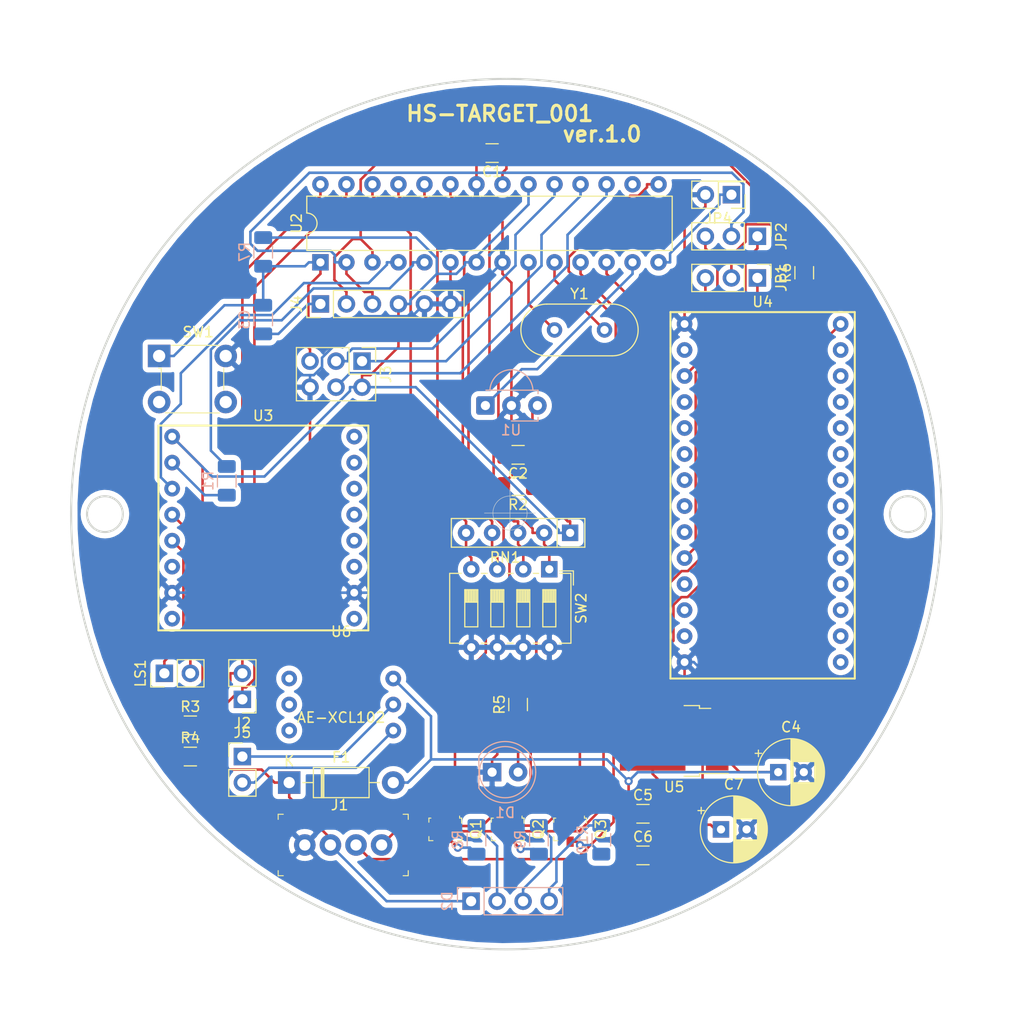
<source format=kicad_pcb>
(kicad_pcb (version 20171130) (host pcbnew "(5.1.2)-2")
  (layers (0 F.Cu signal) (31 B.Cu signal) (34 B.Paste user) (35 F.Paste user) (36 B.SilkS user) (37 F.SilkS user) (38 B.Mask user) (39 F.Mask user) (44 Edge.Cuts user))
  (net 0 "")
  (net 1 "Net-(C1-Pad1)")
  (net 2 GND)
  (net 3 "Net-(C2-Pad1)")
  (net 4 "Net-(C3-Pad1)")
  (net 5 "Net-(C3-Pad2)")
  (net 6 "Net-(C4-Pad1)")
  (net 7 +3.3V)
  (net 8 "Net-(D1-Pad2)")
  (net 9 +5V)
  (net 10 "Net-(D2-Pad2)")
  (net 11 "Net-(D2-Pad3)")
  (net 12 "Net-(D2-Pad4)")
  (net 13 TXOUT)
  (net 14 RXOUT)
  (net 15 "Net-(J2-Pad1)")
  (net 16 "Net-(J2-Pad2)")
  (net 17 "Net-(J3-Pad1)")
  (net 18 "Net-(J3-Pad3)")
  (net 19 "Net-(J3-Pad4)")
  (net 20 "Net-(J4-Pad2)")
  (net 21 RX_J)
  (net 22 "Net-(J5-Pad2)")
  (net 23 "Net-(J5-Pad1)")
  (net 24 TX_J)
  (net 25 TWE_RX)
  (net 26 TWE_TX)
  (net 27 MODE_SW)
  (net 28 "Net-(LS1-Pad2)")
  (net 29 "Net-(LS1-Pad1)")
  (net 30 LED_R)
  (net 31 "Net-(Q1-Pad2)")
  (net 32 LED_G)
  (net 33 "Net-(Q2-Pad2)")
  (net 34 "Net-(Q3-Pad2)")
  (net 35 LED_B)
  (net 36 "Net-(R1-Pad1)")
  (net 37 "Net-(R1-Pad2)")
  (net 38 "Net-(R5-Pad2)")
  (net 39 ID_SW1)
  (net 40 ID_SW2)
  (net 41 ID_SW3)
  (net 42 ID_SW4)
  (net 43 IRsen)
  (net 44 "Net-(U2-Pad16)")
  (net 45 "Net-(U2-Pad4)")
  (net 46 "Net-(U2-Pad9)")
  (net 47 "Net-(U2-Pad10)")
  (net 48 "Net-(U3-Pad6)")
  (net 49 "Net-(U3-Pad8)")
  (net 50 "Net-(U3-Pad9)")
  (net 51 "Net-(U3-Pad11)")
  (net 52 "Net-(U3-Pad12)")
  (net 53 "Net-(U3-Pad13)")
  (net 54 "Net-(U3-Pad14)")
  (net 55 "Net-(U3-Pad15)")
  (net 56 "Net-(U3-Pad16)")
  (net 57 "Net-(U4-Pad2)")
  (net 58 "Net-(U4-Pad4)")
  (net 59 "Net-(U4-Pad5)")
  (net 60 "Net-(U4-Pad6)")
  (net 61 "Net-(U4-Pad7)")
  (net 62 "Net-(U4-Pad8)")
  (net 63 "Net-(U4-Pad9)")
  (net 64 "Net-(U4-Pad11)")
  (net 65 "Net-(U4-Pad12)")
  (net 66 "Net-(U4-Pad13)")
  (net 67 "Net-(U4-Pad15)")
  (net 68 "Net-(U4-Pad16)")
  (net 69 "Net-(U4-Pad17)")
  (net 70 "Net-(U4-Pad18)")
  (net 71 "Net-(U4-Pad19)")
  (net 72 "Net-(U4-Pad20)")
  (net 73 "Net-(U4-Pad21)")
  (net 74 "Net-(U4-Pad22)")
  (net 75 "Net-(U4-Pad23)")
  (net 76 "Net-(U4-Pad24)")
  (net 77 "Net-(U4-Pad25)")
  (net 78 "Net-(U4-Pad26)")
  (net 79 "Net-(U4-Pad27)")
  (net 80 "Net-(U6-Pad1)")
  (net 81 "Net-(U6-Pad2)")
  (net 82 "Net-(U6-Pad3)")
  (module Capacitor_SMD:C_1206_3216Metric (layer F.Cu) (at 198.352 54.948 180)
    (fp_text reference C1 (at 0 -1.82) (layer F.SilkS))
    (fp_text value 0.1uf)
    (pad 1 smd roundrect (at -1.4 0 180) (size 1.25 1.75) (layers F.Cu F.Paste F.Mask) (roundrect_rratio 0.2) (net 1 "Net-(C1-Pad1)"))
    (pad 2 smd roundrect (at 1.4 0 180) (size 1.25 1.75) (layers F.Cu F.Paste F.Mask) (roundrect_rratio 0.2) (net 2 GND))
  )
  (module Capacitor_SMD:C_1206_3216Metric (layer F.Cu) (at 200.892 84.412 180)
    (fp_text reference C2 (at 0 -1.82) (layer F.SilkS))
    (fp_text value 10uf)
    (pad 2 smd roundrect (at 1.4 0 180) (size 1.25 1.75) (layers F.Cu F.Paste F.Mask) (roundrect_rratio 0.2) (net 2 GND))
    (pad 1 smd roundrect (at -1.4 0 180) (size 1.25 1.75) (layers F.Cu F.Paste F.Mask) (roundrect_rratio 0.2) (net 3 "Net-(C2-Pad1)"))
  )
  (module Capacitor_SMD:C_1206_3216Metric (layer B.Cu) (at 176 71.204 270)
    (fp_text reference C3 (at 0 1.82 270) (layer B.SilkS) (effects (justify mirror)))
    (fp_text value 0.1uf)
    (pad 1 smd roundrect (at -1.4 0 270) (size 1.25 1.75) (layers B.Cu B.Paste B.Mask) (roundrect_rratio 0.2) (net 4 "Net-(C3-Pad1)"))
    (pad 2 smd roundrect (at 1.4 0 270) (size 1.25 1.75) (layers B.Cu B.Paste B.Mask) (roundrect_rratio 0.2) (net 5 "Net-(C3-Pad2)"))
  )
  (module Capacitor_THT:CP_Radial_D6.3mm_P2.50mm (layer F.Cu) (at 226.292 115.4)
    (fp_text reference C4 (at 1.25 -4.4) (layer F.SilkS))
    (fp_text value 100uf)
    (pad 2 thru_hole circle (at 2.5 0) (size 1.6 1.6) (drill 0.8) (layers *.Cu *.Mask) (net 2 GND))
    (pad 1 thru_hole rect (at 0 0) (size 1.6 1.6) (drill 0.8) (layers *.Cu *.Mask) (net 6 "Net-(C4-Pad1)"))
  )
  (module Capacitor_SMD:C_1206_3216Metric (layer F.Cu) (at 213.084 119.464)
    (fp_text reference C5 (at 0 -1.82) (layer F.SilkS))
    (fp_text value 0.1uf)
    (pad 2 smd roundrect (at 1.4 0) (size 1.25 1.75) (layers F.Cu F.Paste F.Mask) (roundrect_rratio 0.2) (net 2 GND))
    (pad 1 smd roundrect (at -1.4 0) (size 1.25 1.75) (layers F.Cu F.Paste F.Mask) (roundrect_rratio 0.2) (net 6 "Net-(C4-Pad1)"))
  )
  (module Capacitor_SMD:C_1206_3216Metric (layer F.Cu) (at 213.084 123.528)
    (fp_text reference C6 (at 0 -1.82) (layer F.SilkS))
    (fp_text value 0.1uf)
    (pad 1 smd roundrect (at -1.4 0) (size 1.25 1.75) (layers F.Cu F.Paste F.Mask) (roundrect_rratio 0.2) (net 7 +3.3V))
    (pad 2 smd roundrect (at 1.4 0) (size 1.25 1.75) (layers F.Cu F.Paste F.Mask) (roundrect_rratio 0.2) (net 2 GND))
  )
  (module Capacitor_THT:CP_Radial_D6.3mm_P2.50mm (layer F.Cu) (at 220.704 120.988)
    (fp_text reference C7 (at 1.25 -4.4) (layer F.SilkS))
    (fp_text value 100uf)
    (pad 1 thru_hole rect (at 0 0) (size 1.6 1.6) (drill 0.8) (layers *.Cu *.Mask) (net 7 +3.3V))
    (pad 2 thru_hole circle (at 2.5 0) (size 1.6 1.6) (drill 0.8) (layers *.Cu *.Mask) (net 2 GND))
  )
  (module LED_THT:LED_D5.0mm (layer B.Cu) (at 198.352 115.4)
    (fp_text reference D1 (at 1.27 3.96) (layer B.SilkS) (effects (justify mirror)))
    (fp_text value IR_LED)
    (pad 1 thru_hole rect (at 0 0) (size 1.8 1.8) (drill 0.9) (layers *.Cu *.Mask) (net 2 GND))
    (pad 2 thru_hole circle (at 2.54 0) (size 1.8 1.8) (drill 0.9) (layers *.Cu *.Mask) (net 8 "Net-(D1-Pad2)"))
  )
  (module Connector_PinHeader_2.54mm:PinHeader_1x04_P2.54mm_Vertical (layer B.Cu) (at 196.3 128 270)
    (fp_text reference D2 (at 0 2.33 270) (layer B.SilkS) (effects (justify mirror)))
    (fp_text value LED_ARGB)
    (pad 1 thru_hole rect (at 0 0 270) (size 1.7 1.7) (drill 1) (layers *.Cu *.Mask) (net 9 +5V))
    (pad 2 thru_hole oval (at 0 -2.54 270) (size 1.7 1.7) (drill 1) (layers *.Cu *.Mask) (net 10 "Net-(D2-Pad2)"))
    (pad 3 thru_hole oval (at 0 -5.08 270) (size 1.7 1.7) (drill 1) (layers *.Cu *.Mask) (net 11 "Net-(D2-Pad3)"))
    (pad 4 thru_hole oval (at 0 -7.62 270) (size 1.7 1.7) (drill 1) (layers *.Cu *.Mask) (net 12 "Net-(D2-Pad4)"))
  )
  (module Diode_THT:D_DO-41_SOD81_P10.16mm_Horizontal (layer F.Cu) (at 178.54 116.416)
    (fp_text reference F1 (at 5.08 -2.47) (layer F.SilkS))
    (fp_text value Fuse_Small)
    (fp_text user K (at 0 -2.1) (layer F.SilkS))
    (pad 1 thru_hole rect (at 0 0) (size 2.2 2.2) (drill 1.1) (layers *.Cu *.Mask) (net 9 +5V))
    (pad 2 thru_hole oval (at 10.16 0) (size 2.2 2.2) (drill 1.1) (layers *.Cu *.Mask) (net 6 "Net-(C4-Pad1)"))
  )
  (module digikey-footprints:PinHeader_1x4_P2.5mm_Drill1.1mm (layer F.Cu) (at 180.064 122.512)
    (fp_text reference J1 (at 3.4 -3.9) (layer F.SilkS))
    (fp_text value 5V_Serial)
    (pad 1 thru_hole circle (at 0 0) (size 2.1 2.1) (drill 1.1) (layers *.Cu *.Mask) (net 2 GND))
    (pad 2 thru_hole circle (at 2.5 0) (size 2.1 2.1) (drill 1.1) (layers *.Cu *.Mask) (net 9 +5V))
    (pad 3 thru_hole circle (at 5 0) (size 2.1 2.1) (drill 1.1) (layers *.Cu *.Mask) (net 13 TXOUT))
    (pad 4 thru_hole circle (at 7.5 0) (size 2.1 2.1) (drill 1.1) (layers *.Cu *.Mask) (net 14 RXOUT))
  )
  (module Connector_PinHeader_2.54mm:PinHeader_1x02_P2.54mm_Vertical (layer F.Cu) (at 173.968 108.288 180)
    (fp_text reference J2 (at 0 -2.33) (layer F.SilkS))
    (fp_text value i2c)
    (pad 1 thru_hole rect (at 0 0 180) (size 1.7 1.7) (drill 1) (layers *.Cu *.Mask) (net 15 "Net-(J2-Pad1)"))
    (pad 2 thru_hole oval (at 0 2.54 180) (size 1.7 1.7) (drill 1) (layers *.Cu *.Mask) (net 16 "Net-(J2-Pad2)"))
  )
  (module Connector_PinHeader_2.54mm:PinHeader_2x03_P2.54mm_Vertical (layer F.Cu) (at 185.652 75.268 270)
    (fp_text reference J3 (at 1.27 -2.33 90) (layer F.SilkS))
    (fp_text value ICSP)
    (pad 1 thru_hole rect (at 0 0 270) (size 1.7 1.7) (drill 1) (layers *.Cu *.Mask) (net 17 "Net-(J3-Pad1)"))
    (pad 2 thru_hole oval (at 2.54 0 270) (size 1.7 1.7) (drill 1) (layers *.Cu *.Mask) (net 9 +5V))
    (pad 3 thru_hole oval (at 0 2.54 270) (size 1.7 1.7) (drill 1) (layers *.Cu *.Mask) (net 18 "Net-(J3-Pad3)"))
    (pad 4 thru_hole oval (at 2.54 2.54 270) (size 1.7 1.7) (drill 1) (layers *.Cu *.Mask) (net 19 "Net-(J3-Pad4)"))
    (pad 5 thru_hole oval (at 0 5.08 270) (size 1.7 1.7) (drill 1) (layers *.Cu *.Mask) (net 4 "Net-(C3-Pad1)"))
    (pad 6 thru_hole oval (at 2.54 5.08 270) (size 1.7 1.7) (drill 1) (layers *.Cu *.Mask) (net 2 GND))
  )
  (module Connector_PinHeader_2.54mm:PinHeader_1x06_P2.54mm_Vertical (layer F.Cu) (at 181.588 69.68 90)
    (fp_text reference J4 (at 0 -2.33 90) (layer F.SilkS))
    (fp_text value PROG)
    (pad 1 thru_hole rect (at 0 0 90) (size 1.7 1.7) (drill 1) (layers *.Cu *.Mask) (net 5 "Net-(C3-Pad2)"))
    (pad 2 thru_hole oval (at 0 2.54 90) (size 1.7 1.7) (drill 1) (layers *.Cu *.Mask) (net 20 "Net-(J4-Pad2)"))
    (pad 3 thru_hole oval (at 0 5.08 90) (size 1.7 1.7) (drill 1) (layers *.Cu *.Mask) (net 21 RX_J))
    (pad 4 thru_hole oval (at 0 7.62 90) (size 1.7 1.7) (drill 1) (layers *.Cu *.Mask) (net 9 +5V))
    (pad 5 thru_hole oval (at 0 10.16 90) (size 1.7 1.7) (drill 1) (layers *.Cu *.Mask) (net 2 GND))
    (pad 6 thru_hole oval (at 0 12.7 90) (size 1.7 1.7) (drill 1) (layers *.Cu *.Mask) (net 2 GND))
  )
  (module Connector_PinHeader_2.54mm:PinHeader_1x02_P2.54mm_Vertical (layer F.Cu) (at 173.968 113.876)
    (fp_text reference J5 (at 0 -2.33) (layer F.SilkS))
    (fp_text value dry_cell)
    (pad 2 thru_hole oval (at 0 2.54) (size 1.7 1.7) (drill 1) (layers *.Cu *.Mask) (net 22 "Net-(J5-Pad2)"))
    (pad 1 thru_hole rect (at 0 0) (size 1.7 1.7) (drill 1) (layers *.Cu *.Mask) (net 23 "Net-(J5-Pad1)"))
  )
  (module Connector_PinHeader_2.54mm:PinHeader_1x03_P2.54mm_Vertical (layer F.Cu) (at 224.26 67.14 270)
    (fp_text reference JP1 (at 0 -2.33 90) (layer F.SilkS))
    (fp_text value Jumper)
    (pad 1 thru_hole rect (at 0 0 270) (size 1.7 1.7) (drill 1) (layers *.Cu *.Mask) (net 13 TXOUT))
    (pad 2 thru_hole oval (at 0 2.54 270) (size 1.7 1.7) (drill 1) (layers *.Cu *.Mask) (net 24 TX_J))
    (pad 3 thru_hole oval (at 0 5.08 270) (size 1.7 1.7) (drill 1) (layers *.Cu *.Mask) (net 25 TWE_RX))
  )
  (module Connector_PinHeader_2.54mm:PinHeader_1x03_P2.54mm_Vertical (layer F.Cu) (at 224.26 63.076 270)
    (fp_text reference JP2 (at 0 -2.33 90) (layer F.SilkS))
    (fp_text value Jumper)
    (pad 3 thru_hole oval (at 0 5.08 270) (size 1.7 1.7) (drill 1) (layers *.Cu *.Mask) (net 26 TWE_TX))
    (pad 2 thru_hole oval (at 0 2.54 270) (size 1.7 1.7) (drill 1) (layers *.Cu *.Mask) (net 21 RX_J))
    (pad 1 thru_hole rect (at 0 0 270) (size 1.7 1.7) (drill 1) (layers *.Cu *.Mask) (net 14 RXOUT))
  )
  (module Connector_PinHeader_2.54mm:PinHeader_2x01_P2.54mm_Vertical (layer F.Cu) (at 221.72 59.012 180)
    (fp_text reference JP4 (at 1.27 -2.33) (layer F.SilkS))
    (fp_text value Mode_Switch)
    (pad 1 thru_hole rect (at 0 0 180) (size 1.7 1.7) (drill 1) (layers *.Cu *.Mask) (net 27 MODE_SW))
    (pad 2 thru_hole oval (at 2.54 0 180) (size 1.7 1.7) (drill 1) (layers *.Cu *.Mask) (net 2 GND))
  )
  (module Connector_PinHeader_2.54mm:PinHeader_1x02_P2.54mm_Vertical (layer F.Cu) (at 166.348 105.748 90)
    (fp_text reference LS1 (at 0 -2.33 90) (layer F.SilkS))
    (fp_text value Speaker)
    (pad 2 thru_hole oval (at 0 2.54 90) (size 1.7 1.7) (drill 1) (layers *.Cu *.Mask) (net 28 "Net-(LS1-Pad2)"))
    (pad 1 thru_hole rect (at 0 0 90) (size 1.7 1.7) (drill 1) (layers *.Cu *.Mask) (net 29 "Net-(LS1-Pad1)"))
  )
  (module digikey-footprints:SOT-23W (layer F.Cu) (at 193.78 120.988 270)
    (fp_text reference Q1 (at 0 -3 90) (layer F.SilkS))
    (fp_text value Q_NMOS_GDS)
    (pad 1 smd rect (at -1.2 -0.95 270) (size 1 0.7) (layers F.Cu F.Paste F.Mask) (net 30 LED_R))
    (pad 2 smd rect (at -1.2 0.95 270) (size 1 0.7) (layers F.Cu F.Paste F.Mask) (net 2 GND))
    (pad 3 smd rect (at 1.2 0 270) (size 1 0.7) (layers F.Cu F.Paste F.Mask) (net 31 "Net-(Q1-Pad2)"))
  )
  (module digikey-footprints:SOT-23W (layer F.Cu) (at 199.876 120.988 270)
    (fp_text reference Q2 (at 0 -3 90) (layer F.SilkS))
    (fp_text value Q_NMOS_GDS)
    (pad 3 smd rect (at 1.2 0 270) (size 1 0.7) (layers F.Cu F.Paste F.Mask) (net 33 "Net-(Q2-Pad2)"))
    (pad 2 smd rect (at -1.2 0.95 270) (size 1 0.7) (layers F.Cu F.Paste F.Mask) (net 2 GND))
    (pad 1 smd rect (at -1.2 -0.95 270) (size 1 0.7) (layers F.Cu F.Paste F.Mask) (net 32 LED_G))
  )
  (module digikey-footprints:SOT-23W (layer F.Cu) (at 205.972 120.988 270)
    (fp_text reference Q3 (at 0 -3 90) (layer F.SilkS))
    (fp_text value Q_NMOS_GDS)
    (pad 3 smd rect (at 1.2 0 270) (size 1 0.7) (layers F.Cu F.Paste F.Mask) (net 34 "Net-(Q3-Pad2)"))
    (pad 2 smd rect (at -1.2 0.95 270) (size 1 0.7) (layers F.Cu F.Paste F.Mask) (net 2 GND))
    (pad 1 smd rect (at -1.2 -0.95 270) (size 1 0.7) (layers F.Cu F.Paste F.Mask) (net 35 LED_B))
  )
  (module Resistor_THT:R_Array_SIP5 (layer F.Cu) (at 205.972 92.032 180)
    (fp_text reference RN1 (at 6.35 -2.4) (layer F.SilkS))
    (fp_text value R_Network04_US)
    (pad 1 thru_hole rect (at 0 0 180) (size 1.6 1.6) (drill 0.8) (layers *.Cu *.Mask) (net 9 +5V))
    (pad 2 thru_hole oval (at 2.54 0 180) (size 1.6 1.6) (drill 0.8) (layers *.Cu *.Mask) (net 39 ID_SW1))
    (pad 3 thru_hole oval (at 5.08 0 180) (size 1.6 1.6) (drill 0.8) (layers *.Cu *.Mask) (net 40 ID_SW2))
    (pad 4 thru_hole oval (at 7.62 0 180) (size 1.6 1.6) (drill 0.8) (layers *.Cu *.Mask) (net 41 ID_SW3))
    (pad 5 thru_hole oval (at 10.16 0 180) (size 1.6 1.6) (drill 0.8) (layers *.Cu *.Mask) (net 42 ID_SW4))
  )
  (module Button_Switch_THT:SW_DIP_SPSTx04_Slide_6.7x11.72mm_W7.62mm_P2.54mm_LowProfile (layer F.Cu) (at 203.94 95.588 270)
    (fp_text reference SW2 (at 3.81 -3.11 90) (layer F.SilkS))
    (fp_text value SW_DIP_x04)
    (pad 1 thru_hole rect (at 0 0 270) (size 1.6 1.6) (drill 0.8) (layers *.Cu *.Mask) (net 39 ID_SW1))
    (pad 5 thru_hole oval (at 7.62 7.62 270) (size 1.6 1.6) (drill 0.8) (layers *.Cu *.Mask) (net 2 GND))
    (pad 2 thru_hole oval (at 0 2.54 270) (size 1.6 1.6) (drill 0.8) (layers *.Cu *.Mask) (net 40 ID_SW2))
    (pad 6 thru_hole oval (at 7.62 5.08 270) (size 1.6 1.6) (drill 0.8) (layers *.Cu *.Mask) (net 2 GND))
    (pad 3 thru_hole oval (at 0 5.08 270) (size 1.6 1.6) (drill 0.8) (layers *.Cu *.Mask) (net 41 ID_SW3))
    (pad 7 thru_hole oval (at 7.62 2.54 270) (size 1.6 1.6) (drill 0.8) (layers *.Cu *.Mask) (net 2 GND))
    (pad 4 thru_hole oval (at 0 7.62 270) (size 1.6 1.6) (drill 0.8) (layers *.Cu *.Mask) (net 42 ID_SW4))
    (pad 8 thru_hole oval (at 7.62 0 270) (size 1.6 1.6) (drill 0.8) (layers *.Cu *.Mask) (net 2 GND))
  )
  (module OptoDevice:Vishay_MINICAST-3Pin (layer B.Cu) (at 197.7 79.6)
    (fp_text reference U1 (at 2.5 2.4 180) (layer B.SilkS) (effects (justify mirror)))
    (fp_text value TSOP59540TR1)
    (pad 1 thru_hole roundrect (at 0 0) (size 1.8 1.8) (drill 0.9) (layers *.Cu *.Mask) (roundrect_rratio 0.139) (net 43 IRsen))
    (pad 2 thru_hole circle (at 2.54 0) (size 1.8 1.8) (drill 0.9) (layers *.Cu *.Mask) (net 2 GND))
    (pad 3 thru_hole circle (at 5.08 0) (size 1.8 1.8) (drill 0.9) (layers *.Cu *.Mask) (net 3 "Net-(C2-Pad1)"))
  )
  (module Package_DIP:DIP-28_W7.62mm (layer F.Cu) (at 181.588 65.616 90)
    (fp_text reference U2 (at 3.81 -2.33 90) (layer F.SilkS))
    (fp_text value ATmega328P-PU)
    (pad 1 thru_hole rect (at 0 0 90) (size 1.6 1.6) (drill 0.8) (layers *.Cu *.Mask) (net 4 "Net-(C3-Pad1)"))
    (pad 15 thru_hole oval (at 7.62 33.02 90) (size 1.6 1.6) (drill 0.8) (layers *.Cu *.Mask) (net 38 "Net-(R5-Pad2)"))
    (pad 2 thru_hole oval (at 0 2.54 90) (size 1.6 1.6) (drill 0.8) (layers *.Cu *.Mask) (net 21 RX_J))
    (pad 16 thru_hole oval (at 7.62 30.48 90) (size 1.6 1.6) (drill 0.8) (layers *.Cu *.Mask) (net 44 "Net-(U2-Pad16)"))
    (pad 3 thru_hole oval (at 0 5.08 90) (size 1.6 1.6) (drill 0.8) (layers *.Cu *.Mask) (net 20 "Net-(J4-Pad2)"))
    (pad 17 thru_hole oval (at 7.62 27.94 90) (size 1.6 1.6) (drill 0.8) (layers *.Cu *.Mask) (net 19 "Net-(J3-Pad4)"))
    (pad 4 thru_hole oval (at 0 7.62 90) (size 1.6 1.6) (drill 0.8) (layers *.Cu *.Mask) (net 45 "Net-(U2-Pad4)"))
    (pad 18 thru_hole oval (at 7.62 25.4 90) (size 1.6 1.6) (drill 0.8) (layers *.Cu *.Mask) (net 17 "Net-(J3-Pad1)"))
    (pad 5 thru_hole oval (at 0 10.16 90) (size 1.6 1.6) (drill 0.8) (layers *.Cu *.Mask) (net 36 "Net-(R1-Pad1)"))
    (pad 19 thru_hole oval (at 7.62 22.86 90) (size 1.6 1.6) (drill 0.8) (layers *.Cu *.Mask) (net 18 "Net-(J3-Pad3)"))
    (pad 6 thru_hole oval (at 0 12.7 90) (size 1.6 1.6) (drill 0.8) (layers *.Cu *.Mask) (net 30 LED_R))
    (pad 20 thru_hole oval (at 7.62 20.32 90) (size 1.6 1.6) (drill 0.8) (layers *.Cu *.Mask) (net 9 +5V))
    (pad 7 thru_hole oval (at 0 15.24 90) (size 1.6 1.6) (drill 0.8) (layers *.Cu *.Mask) (net 9 +5V))
    (pad 21 thru_hole oval (at 7.62 17.78 90) (size 1.6 1.6) (drill 0.8) (layers *.Cu *.Mask) (net 1 "Net-(C1-Pad1)"))
    (pad 8 thru_hole oval (at 0 17.78 90) (size 1.6 1.6) (drill 0.8) (layers *.Cu *.Mask) (net 2 GND))
    (pad 22 thru_hole oval (at 7.62 15.24 90) (size 1.6 1.6) (drill 0.8) (layers *.Cu *.Mask) (net 2 GND))
    (pad 9 thru_hole oval (at 0 20.32 90) (size 1.6 1.6) (drill 0.8) (layers *.Cu *.Mask) (net 46 "Net-(U2-Pad9)"))
    (pad 23 thru_hole oval (at 7.62 12.7 90) (size 1.6 1.6) (drill 0.8) (layers *.Cu *.Mask) (net 39 ID_SW1))
    (pad 10 thru_hole oval (at 0 22.86 90) (size 1.6 1.6) (drill 0.8) (layers *.Cu *.Mask) (net 47 "Net-(U2-Pad10)"))
    (pad 24 thru_hole oval (at 7.62 10.16 90) (size 1.6 1.6) (drill 0.8) (layers *.Cu *.Mask) (net 40 ID_SW2))
    (pad 11 thru_hole oval (at 0 25.4 90) (size 1.6 1.6) (drill 0.8) (layers *.Cu *.Mask) (net 32 LED_G))
    (pad 25 thru_hole oval (at 7.62 7.62 90) (size 1.6 1.6) (drill 0.8) (layers *.Cu *.Mask) (net 41 ID_SW3))
    (pad 12 thru_hole oval (at 0 27.94 90) (size 1.6 1.6) (drill 0.8) (layers *.Cu *.Mask) (net 35 LED_B))
    (pad 26 thru_hole oval (at 7.62 5.08 90) (size 1.6 1.6) (drill 0.8) (layers *.Cu *.Mask) (net 42 ID_SW4))
    (pad 13 thru_hole oval (at 0 30.48 90) (size 1.6 1.6) (drill 0.8) (layers *.Cu *.Mask) (net 43 IRsen))
    (pad 27 thru_hole oval (at 7.62 2.54 90) (size 1.6 1.6) (drill 0.8) (layers *.Cu *.Mask) (net 15 "Net-(J2-Pad1)"))
    (pad 14 thru_hole oval (at 0 33.02 90) (size 1.6 1.6) (drill 0.8) (layers *.Cu *.Mask) (net 27 MODE_SW))
    (pad 28 thru_hole oval (at 7.62 0 90) (size 1.6 1.6) (drill 0.8) (layers *.Cu *.Mask) (net 16 "Net-(J2-Pad2)"))
  )
  (module hotsprings-footprints:DFPlayer-MINI (layer F.Cu) (at 176 91.524)
    (fp_text reference U3 (at 0 -10.93) (layer F.SilkS))
    (fp_text value DFPLAYER_MINI)
    (pad 1 thru_hole circle (at -8.89 -8.89) (size 1.524 1.524) (drill 0.762) (layers *.Cu *.Mask) (net 9 +5V))
    (pad 2 thru_hole circle (at -8.89 -6.35) (size 1.524 1.524) (drill 0.762) (layers *.Cu *.Mask) (net 37 "Net-(R1-Pad2)"))
    (pad 3 thru_hole circle (at -8.89 -3.81) (size 1.524 1.524) (drill 0.762) (layers *.Cu *.Mask) (net 45 "Net-(U2-Pad4)"))
    (pad 4 thru_hole circle (at -8.89 -1.27) (size 1.524 1.524) (drill 0.762) (layers *.Cu *.Mask) (net 28 "Net-(LS1-Pad2)"))
    (pad 5 thru_hole circle (at -8.89 1.27) (size 1.524 1.524) (drill 0.762) (layers *.Cu *.Mask) (net 29 "Net-(LS1-Pad1)"))
    (pad 6 thru_hole circle (at -8.89 3.81) (size 1.524 1.524) (drill 0.762) (layers *.Cu *.Mask) (net 48 "Net-(U3-Pad6)"))
    (pad 7 thru_hole circle (at -8.89 6.35) (size 1.524 1.524) (drill 0.762) (layers *.Cu *.Mask) (net 2 GND))
    (pad 8 thru_hole circle (at -8.89 8.89) (size 1.524 1.524) (drill 0.762) (layers *.Cu *.Mask) (net 49 "Net-(U3-Pad8)"))
    (pad 9 thru_hole circle (at 8.89 8.89) (size 1.524 1.524) (drill 0.762) (layers *.Cu *.Mask) (net 50 "Net-(U3-Pad9)"))
    (pad 10 thru_hole circle (at 8.89 6.35) (size 1.524 1.524) (drill 0.762) (layers *.Cu *.Mask) (net 2 GND))
    (pad 11 thru_hole circle (at 8.89 3.81) (size 1.524 1.524) (drill 0.762) (layers *.Cu *.Mask) (net 51 "Net-(U3-Pad11)"))
    (pad 12 thru_hole circle (at 8.89 1.27) (size 1.524 1.524) (drill 0.762) (layers *.Cu *.Mask) (net 52 "Net-(U3-Pad12)"))
    (pad 13 thru_hole circle (at 8.89 -1.27) (size 1.524 1.524) (drill 0.762) (layers *.Cu *.Mask) (net 53 "Net-(U3-Pad13)"))
    (pad 14 thru_hole circle (at 8.89 -3.81) (size 1.524 1.524) (drill 0.762) (layers *.Cu *.Mask) (net 54 "Net-(U3-Pad14)"))
    (pad 15 thru_hole circle (at 8.89 -6.35) (size 1.524 1.524) (drill 0.762) (layers *.Cu *.Mask) (net 55 "Net-(U3-Pad15)"))
    (pad 16 thru_hole circle (at 8.89 -8.89) (size 1.524 1.524) (drill 0.762) (layers *.Cu *.Mask) (net 56 "Net-(U3-Pad16)"))
  )
  (module hotsprings-footprints:TWELITE-DIP (layer F.Cu) (at 224.768 88.476)
    (fp_text reference U4 (at 0 -19) (layer F.SilkS))
    (fp_text value TWELITE_DIP)
    (pad 1 thru_hole circle (at -7.62 -16.84) (size 1.524 1.524) (drill 0.762) (layers *.Cu *.Mask) (net 2 GND))
    (pad 2 thru_hole circle (at -7.62 -14.3) (size 1.524 1.524) (drill 0.762) (layers *.Cu *.Mask) (net 57 "Net-(U4-Pad2)"))
    (pad 3 thru_hole circle (at -7.62 -11.76) (size 1.524 1.524) (drill 0.762) (layers *.Cu *.Mask) (net 25 TWE_RX))
    (pad 4 thru_hole circle (at -7.62 -9.22) (size 1.524 1.524) (drill 0.762) (layers *.Cu *.Mask) (net 58 "Net-(U4-Pad4)"))
    (pad 5 thru_hole circle (at -7.62 -6.68) (size 1.524 1.524) (drill 0.762) (layers *.Cu *.Mask) (net 59 "Net-(U4-Pad5)"))
    (pad 6 thru_hole circle (at -7.62 -4.14) (size 1.524 1.524) (drill 0.762) (layers *.Cu *.Mask) (net 60 "Net-(U4-Pad6)"))
    (pad 7 thru_hole circle (at -7.62 -1.6) (size 1.524 1.524) (drill 0.762) (layers *.Cu *.Mask) (net 61 "Net-(U4-Pad7)"))
    (pad 8 thru_hole circle (at -7.62 0.94) (size 1.524 1.524) (drill 0.762) (layers *.Cu *.Mask) (net 62 "Net-(U4-Pad8)"))
    (pad 9 thru_hole circle (at -7.62 3.48) (size 1.524 1.524) (drill 0.762) (layers *.Cu *.Mask) (net 63 "Net-(U4-Pad9)"))
    (pad 10 thru_hole circle (at -7.62 6.02) (size 1.524 1.524) (drill 0.762) (layers *.Cu *.Mask) (net 26 TWE_TX))
    (pad 11 thru_hole circle (at -7.62 8.56) (size 1.524 1.524) (drill 0.762) (layers *.Cu *.Mask) (net 64 "Net-(U4-Pad11)"))
    (pad 12 thru_hole circle (at -7.62 11.1) (size 1.524 1.524) (drill 0.762) (layers *.Cu *.Mask) (net 65 "Net-(U4-Pad12)"))
    (pad 13 thru_hole circle (at -7.62 13.64) (size 1.524 1.524) (drill 0.762) (layers *.Cu *.Mask) (net 66 "Net-(U4-Pad13)"))
    (pad 14 thru_hole circle (at -7.62 16.18) (size 1.524 1.524) (drill 0.762) (layers *.Cu *.Mask) (net 2 GND))
    (pad 15 thru_hole circle (at 7.62 16.18) (size 1.524 1.524) (drill 0.762) (layers *.Cu *.Mask) (net 67 "Net-(U4-Pad15)"))
    (pad 16 thru_hole circle (at 7.62 13.64) (size 1.524 1.524) (drill 0.762) (layers *.Cu *.Mask) (net 68 "Net-(U4-Pad16)"))
    (pad 17 thru_hole circle (at 7.62 11.1) (size 1.524 1.524) (drill 0.762) (layers *.Cu *.Mask) (net 69 "Net-(U4-Pad17)"))
    (pad 18 thru_hole circle (at 7.62 8.56) (size 1.524 1.524) (drill 0.762) (layers *.Cu *.Mask) (net 70 "Net-(U4-Pad18)"))
    (pad 19 thru_hole circle (at 7.62 6.02) (size 1.524 1.524) (drill 0.762) (layers *.Cu *.Mask) (net 71 "Net-(U4-Pad19)"))
    (pad 20 thru_hole circle (at 7.62 3.48) (size 1.524 1.524) (drill 0.762) (layers *.Cu *.Mask) (net 72 "Net-(U4-Pad20)"))
    (pad 21 thru_hole circle (at 7.62 0.94) (size 1.524 1.524) (drill 0.762) (layers *.Cu *.Mask) (net 73 "Net-(U4-Pad21)"))
    (pad 22 thru_hole circle (at 7.62 -1.6) (size 1.524 1.524) (drill 0.762) (layers *.Cu *.Mask) (net 74 "Net-(U4-Pad22)"))
    (pad 23 thru_hole circle (at 7.62 -4.14) (size 1.524 1.524) (drill 0.762) (layers *.Cu *.Mask) (net 75 "Net-(U4-Pad23)"))
    (pad 24 thru_hole circle (at 7.62 -6.68) (size 1.524 1.524) (drill 0.762) (layers *.Cu *.Mask) (net 76 "Net-(U4-Pad24)"))
    (pad 25 thru_hole circle (at 7.62 -9.22) (size 1.524 1.524) (drill 0.762) (layers *.Cu *.Mask) (net 77 "Net-(U4-Pad25)"))
    (pad 26 thru_hole circle (at 7.62 -11.76) (size 1.524 1.524) (drill 0.762) (layers *.Cu *.Mask) (net 78 "Net-(U4-Pad26)"))
    (pad 27 thru_hole circle (at 7.62 -14.3) (size 1.524 1.524) (drill 0.762) (layers *.Cu *.Mask) (net 79 "Net-(U4-Pad27)"))
    (pad 28 thru_hole circle (at 7.62 -16.84) (size 1.524 1.524) (drill 0.762) (layers *.Cu *.Mask) (net 7 +3.3V))
  )
  (module Package_TO_SOT_SMD:TO-252-2 (layer F.Cu) (at 216.132 112.352 180)
    (fp_text reference U5 (at 0 -4.5) (layer F.SilkS))
    (fp_text value R-781.8-1.0)
    (pad 1 smd rect (at -4.2 -2.28 180) (size 2.2 1.2) (layers F.Cu F.Paste F.Mask) (net 6 "Net-(C4-Pad1)"))
    (pad 3 smd rect (at -4.2 2.28 180) (size 2.2 1.2) (layers F.Cu F.Paste F.Mask) (net 7 +3.3V))
    (pad 2 smd rect (at 2.1 0 180) (size 6.4 5.8) (layers F.Cu F.Mask) (net 2 GND))
  )
  (module hotsprings-footprints:AE-XCL102D503CR-G (layer F.Cu) (at 183.62 108.796)
    (fp_text reference U6 (at 0 -7.12) (layer F.SilkS))
    (fp_text value AE-XCL102D503CR-G)
    (fp_text user AE-XCL102 (at 0 1.27) (layer F.SilkS))
    (pad 1 thru_hole circle (at -5.08 -2.54) (size 1.524 1.524) (drill 0.762) (layers *.Cu *.Mask) (net 80 "Net-(U6-Pad1)"))
    (pad 2 thru_hole circle (at -5.08 0) (size 1.524 1.524) (drill 0.762) (layers *.Cu *.Mask) (net 81 "Net-(U6-Pad2)"))
    (pad 3 thru_hole circle (at -5.08 2.54) (size 1.524 1.524) (drill 0.762) (layers *.Cu *.Mask) (net 82 "Net-(U6-Pad3)"))
    (pad 4 thru_hole circle (at 5.08 2.54) (size 1.524 1.524) (drill 0.762) (layers *.Cu *.Mask) (net 22 "Net-(J5-Pad2)"))
    (pad 5 thru_hole circle (at 5.08 0) (size 1.524 1.524) (drill 0.762) (layers *.Cu *.Mask) (net 23 "Net-(J5-Pad1)"))
    (pad 6 thru_hole circle (at 5.08 -2.54) (size 1.524 1.524) (drill 0.762) (layers *.Cu *.Mask) (net 6 "Net-(C4-Pad1)"))
  )
  (module Crystal:Crystal_HC49-4H_Vertical (layer F.Cu) (at 204.448 72.22)
    (fp_text reference Y1 (at 2.44 -3.525) (layer F.SilkS))
    (fp_text value Crystal)
    (pad 1 thru_hole circle (at 0 0) (size 1.5 1.5) (drill 0.8) (layers *.Cu *.Mask) (net 46 "Net-(U2-Pad9)"))
    (pad 2 thru_hole circle (at 4.88 0) (size 1.5 1.5) (drill 0.8) (layers *.Cu *.Mask) (net 47 "Net-(U2-Pad10)"))
  )
  (module Resistor_SMD:R_1206_3216Metric (layer B.Cu) (at 172.444 86.952 270)
    (fp_text reference R1 (at 0 1.82 270) (layer B.SilkS) (effects (justify mirror)))
    (fp_text value 1k)
    (pad 1 smd roundrect (at -1.4 0 270) (size 1.25 1.75) (layers B.Cu B.Paste B.Mask) (roundrect_rratio 0.2) (net 36 "Net-(R1-Pad1)"))
    (pad 2 smd roundrect (at 1.4 0 270) (size 1.25 1.75) (layers B.Cu B.Paste B.Mask) (roundrect_rratio 0.2) (net 37 "Net-(R1-Pad2)"))
  )
  (module Resistor_SMD:R_1206_3216Metric (layer F.Cu) (at 200.892 87.46 180)
    (fp_text reference R2 (at 0 -1.82) (layer F.SilkS))
    (fp_text value 100)
    (pad 2 smd roundrect (at 1.4 0 180) (size 1.25 1.75) (layers F.Cu F.Paste F.Mask) (roundrect_rratio 0.2) (net 3 "Net-(C2-Pad1)"))
    (pad 1 smd roundrect (at -1.4 0 180) (size 1.25 1.75) (layers F.Cu F.Paste F.Mask) (roundrect_rratio 0.2) (net 9 +5V))
  )
  (module Resistor_SMD:R_1206_3216Metric (layer F.Cu) (at 168.888 110.828)
    (fp_text reference R3 (at 0 -1.82) (layer F.SilkS))
    (fp_text value 10k)
    (pad 2 smd roundrect (at 1.4 0) (size 1.25 1.75) (layers F.Cu F.Paste F.Mask) (roundrect_rratio 0.2) (net 15 "Net-(J2-Pad1)"))
    (pad 1 smd roundrect (at -1.4 0) (size 1.25 1.75) (layers F.Cu F.Paste F.Mask) (roundrect_rratio 0.2) (net 9 +5V))
  )
  (module Resistor_SMD:R_1206_3216Metric (layer F.Cu) (at 168.888 113.876)
    (fp_text reference R4 (at 0 -1.82) (layer F.SilkS))
    (fp_text value 10k)
    (pad 1 smd roundrect (at -1.4 0) (size 1.25 1.75) (layers F.Cu F.Paste F.Mask) (roundrect_rratio 0.2) (net 9 +5V))
    (pad 2 smd roundrect (at 1.4 0) (size 1.25 1.75) (layers F.Cu F.Paste F.Mask) (roundrect_rratio 0.2) (net 16 "Net-(J2-Pad2)"))
  )
  (module Resistor_SMD:R_1206_3216Metric (layer F.Cu) (at 200.892 108.796 90)
    (fp_text reference R5 (at 0 -1.82 90) (layer F.SilkS))
    (fp_text value 51)
    (pad 1 smd roundrect (at -1.4 0 90) (size 1.25 1.75) (layers F.Cu F.Paste F.Mask) (roundrect_rratio 0.2) (net 8 "Net-(D1-Pad2)"))
    (pad 2 smd roundrect (at 1.4 0 90) (size 1.25 1.75) (layers F.Cu F.Paste F.Mask) (roundrect_rratio 0.2) (net 38 "Net-(R5-Pad2)"))
  )
  (module Resistor_SMD:R_1206_3216Metric (layer F.Cu) (at 228.832 66.632 90)
    (fp_text reference R6 (at 0 -1.82 90) (layer F.SilkS))
    (fp_text value 1k)
    (pad 2 smd roundrect (at 1.4 0 90) (size 1.25 1.75) (layers F.Cu F.Paste F.Mask) (roundrect_rratio 0.2) (net 24 TX_J))
    (pad 1 smd roundrect (at -1.4 0 90) (size 1.25 1.75) (layers F.Cu F.Paste F.Mask) (roundrect_rratio 0.2) (net 20 "Net-(J4-Pad2)"))
  )
  (module Resistor_SMD:R_1206_3216Metric (layer B.Cu) (at 176 64.6 270)
    (fp_text reference R7 (at 0 1.82 270) (layer B.SilkS) (effects (justify mirror)))
    (fp_text value 10k)
    (pad 2 smd roundrect (at 1.4 0 270) (size 1.25 1.75) (layers B.Cu B.Paste B.Mask) (roundrect_rratio 0.2) (net 4 "Net-(C3-Pad1)"))
    (pad 1 smd roundrect (at -1.4 0 270) (size 1.25 1.75) (layers B.Cu B.Paste B.Mask) (roundrect_rratio 0.2) (net 9 +5V))
  )
  (module Resistor_SMD:R_1206_3216Metric (layer B.Cu) (at 196.828 122.004 270)
    (fp_text reference R8 (at 0 1.82 270) (layer B.SilkS) (effects (justify mirror)))
    (fp_text value 3.3k)
    (pad 2 smd roundrect (at 1.4 0 270) (size 1.25 1.75) (layers B.Cu B.Paste B.Mask) (roundrect_rratio 0.2) (net 31 "Net-(Q1-Pad2)"))
    (pad 1 smd roundrect (at -1.4 0 270) (size 1.25 1.75) (layers B.Cu B.Paste B.Mask) (roundrect_rratio 0.2) (net 10 "Net-(D2-Pad2)"))
  )
  (module Resistor_SMD:R_1206_3216Metric (layer B.Cu) (at 202.924 122.004 270)
    (fp_text reference R9 (at 0 1.82 270) (layer B.SilkS) (effects (justify mirror)))
    (fp_text value 3.3k)
    (pad 1 smd roundrect (at -1.4 0 270) (size 1.25 1.75) (layers B.Cu B.Paste B.Mask) (roundrect_rratio 0.2) (net 11 "Net-(D2-Pad3)"))
    (pad 2 smd roundrect (at 1.4 0 270) (size 1.25 1.75) (layers B.Cu B.Paste B.Mask) (roundrect_rratio 0.2) (net 33 "Net-(Q2-Pad2)"))
  )
  (module Resistor_SMD:R_1206_3216Metric (layer B.Cu) (at 209.02 122.004 270)
    (fp_text reference R10 (at 0 1.82 270) (layer B.SilkS) (effects (justify mirror)))
    (fp_text value 3.3k)
    (pad 1 smd roundrect (at -1.4 0 270) (size 1.25 1.75) (layers B.Cu B.Paste B.Mask) (roundrect_rratio 0.2) (net 12 "Net-(D2-Pad4)"))
    (pad 2 smd roundrect (at 1.4 0 270) (size 1.25 1.75) (layers B.Cu B.Paste B.Mask) (roundrect_rratio 0.2) (net 34 "Net-(Q3-Pad2)"))
  )
  (module digikey-footprints:Switch_Tactile_THT_6x6mm (layer F.Cu) (at 165.84 74.76)
    (fp_text reference SW1 (at 3.81 -2.3368) (layer F.SilkS))
    (fp_text value RESET)
    (pad 1 thru_hole rect (at 0 0) (size 2.2 2.2) (drill 1.2) (layers *.Cu *.Mask) (net 4 "Net-(C3-Pad1)"))
    (pad 2 thru_hole circle (at 6.5 0) (size 2.2 2.2) (drill 1.2) (layers *.Cu *.Mask) (net 2 GND))
    (pad 4 thru_hole circle (at 6.5 4.5) (size 2.2 2.2) (drill 1.2) (layers *.Cu *.Mask))
    (pad 3 thru_hole circle (at 0 4.5) (size 2.2 2.2) (drill 1.2) (layers *.Cu *.Mask))
  )
  (gr_text ver.1.0 (at 209.1 53.1) (layer F.SilkS) (effects (font (size 1.5 1.5) (thickness 0.3))))
  (gr_text HS-TARGET_001 (at 199.1 51.1) (layer F.SilkS) (effects (font (size 1.5 1.5) (thickness 0.3))))
  (target plus (at 200.1 90.1) (size 5) (width 0.05) (layer Edge.Cuts))
  (gr_circle (center 238.9458 90.2029) (end 240.695799 90.2029) (layer Edge.Cuts) (width 0.2))
  (gr_circle (center 160.5458 90.2029) (end 162.295801 90.2029) (layer Edge.Cuts) (width 0.2))
  (gr_circle (center 199.7458 90.2029) (end 242.245799 90.2029) (layer Edge.Cuts) (width 0.2))
  (segment (start 199.368 57.996) (end 199.368 56.8707) (width 0.25) (layer F.Cu) (net 1))
  (segment (start 199.368 56.8707) (end 199.752 56.4867) (width 0.25) (layer F.Cu) (net 1))
  (segment (start 199.752 56.4867) (end 199.752 54.948) (width 0.25) (layer F.Cu) (net 1))
  (segment (start 214.032 112.352) (end 214.032 109.1267) (width 0.25) (layer F.Cu) (net 2))
  (segment (start 217.148 104.656) (end 217.148 106.0107) (width 0.25) (layer F.Cu) (net 2))
  (segment (start 217.148 106.0107) (end 214.032 109.1267) (width 0.25) (layer F.Cu) (net 2))
  (segment (start 191.748 69.68) (end 193.1127 69.68) (width 0.25) (layer B.Cu) (net 2))
  (segment (start 180.572 76.6327) (end 180.9394 76.6327) (width 0.25) (layer B.Cu) (net 2))
  (segment (start 180.9394 76.6327) (end 181.7473 75.8248) (width 0.25) (layer B.Cu) (net 2))
  (segment (start 181.7473 75.8248) (end 181.7473 74.9321) (width 0.25) (layer B.Cu) (net 2))
  (segment (start 181.7473 74.9321) (end 185.8006 70.8788) (width 0.25) (layer B.Cu) (net 2))
  (segment (start 185.8006 70.8788) (end 190.5492 70.8788) (width 0.25) (layer B.Cu) (net 2))
  (segment (start 190.5492 70.8788) (end 191.748 69.68) (width 0.25) (layer B.Cu) (net 2))
  (segment (start 194.288 69.68) (end 193.1127 69.68) (width 0.25) (layer B.Cu) (net 2))
  (segment (start 198.352 115.4) (end 198.352 114.1747) (width 0.25) (layer F.Cu) (net 2))
  (segment (start 198.86 103.208) (end 198.86 113.6667) (width 0.25) (layer F.Cu) (net 2))
  (segment (start 198.86 113.6667) (end 198.352 114.1747) (width 0.25) (layer F.Cu) (net 2))
  (segment (start 198.352 119.788) (end 198.2507 119.788) (width 0.25) (layer F.Cu) (net 2))
  (segment (start 198.926 119.788) (end 198.352 119.788) (width 0.25) (layer F.Cu) (net 2))
  (segment (start 198.352 115.4) (end 198.352 119.788) (width 0.25) (layer F.Cu) (net 2))
  (segment (start 198.352 115.4) (end 197.1267 115.4) (width 0.25) (layer B.Cu) (net 2))
  (segment (start 197.1267 115.4) (end 191.6322 120.8945) (width 0.25) (layer B.Cu) (net 2))
  (segment (start 191.6322 120.8945) (end 181.6815 120.8945) (width 0.25) (layer B.Cu) (net 2))
  (segment (start 181.6815 120.8945) (end 180.064 122.512) (width 0.25) (layer B.Cu) (net 2))
  (segment (start 194.288 69.68) (end 195.4633 69.68) (width 0.25) (layer B.Cu) (net 2))
  (segment (start 195.4633 69.68) (end 195.4633 69.5207) (width 0.25) (layer B.Cu) (net 2))
  (segment (start 195.4633 69.5207) (end 199.368 65.616) (width 0.25) (layer B.Cu) (net 2))
  (segment (start 196.32 103.208) (end 195.1947 103.208) (width 0.25) (layer B.Cu) (net 2))
  (segment (start 184.89 97.874) (end 167.11 97.874) (width 0.25) (layer B.Cu) (net 2))
  (segment (start 195.1947 103.208) (end 189.8607 97.874) (width 0.25) (layer B.Cu) (net 2))
  (segment (start 189.8607 97.874) (end 184.89 97.874) (width 0.25) (layer B.Cu) (net 2))
  (segment (start 172.34 74.76) (end 174.2127 76.6327) (width 0.25) (layer B.Cu) (net 2))
  (segment (start 174.2127 76.6327) (end 180.572 76.6327) (width 0.25) (layer B.Cu) (net 2))
  (segment (start 217.148 104.656) (end 218.048 104.656) (width 0.25) (layer B.Cu) (net 2))
  (segment (start 218.048 104.656) (end 228.792 115.4) (width 0.25) (layer B.Cu) (net 2))
  (segment (start 203.94 103.208) (end 215.7 103.208) (width 0.25) (layer B.Cu) (net 2))
  (segment (start 215.7 103.208) (end 217.148 104.656) (width 0.25) (layer B.Cu) (net 2))
  (segment (start 184.89 97.874) (end 180.572 93.556) (width 0.25) (layer F.Cu) (net 2))
  (segment (start 180.572 93.556) (end 180.572 77.808) (width 0.25) (layer F.Cu) (net 2))
  (segment (start 199.492 84.412) (end 200.24 83.664) (width 0.25) (layer F.Cu) (net 2))
  (segment (start 200.24 83.664) (end 200.24 79.6) (width 0.25) (layer F.Cu) (net 2))
  (segment (start 214.484 119.464) (end 214.484 123.528) (width 0.25) (layer F.Cu) (net 2))
  (segment (start 214.032 115.5773) (end 214.484 116.0293) (width 0.25) (layer F.Cu) (net 2))
  (segment (start 214.484 116.0293) (end 214.484 119.464) (width 0.25) (layer F.Cu) (net 2))
  (segment (start 223.204 120.988) (end 228.792 115.4) (width 0.25) (layer B.Cu) (net 2))
  (segment (start 180.572 77.808) (end 180.572 76.6327) (width 0.25) (layer B.Cu) (net 2))
  (segment (start 196.828 57.996) (end 196.828 55.072) (width 0.25) (layer F.Cu) (net 2))
  (segment (start 196.828 55.072) (end 196.952 54.948) (width 0.25) (layer F.Cu) (net 2))
  (segment (start 196.828 58.5586) (end 196.828 57.996) (width 0.25) (layer F.Cu) (net 2))
  (segment (start 196.828 58.5586) (end 196.828 59.1213) (width 0.25) (layer F.Cu) (net 2))
  (segment (start 198.2507 119.788) (end 197.3807 120.658) (width 0.25) (layer F.Cu) (net 2))
  (segment (start 197.3807 120.658) (end 194.2065 120.658) (width 0.25) (layer F.Cu) (net 2))
  (segment (start 194.2065 120.658) (end 193.5053 119.9568) (width 0.25) (layer F.Cu) (net 2))
  (segment (start 193.5053 119.9568) (end 193.5053 119.788) (width 0.25) (layer F.Cu) (net 2))
  (segment (start 217.148 71.636) (end 211.054 77.73) (width 0.25) (layer B.Cu) (net 2))
  (segment (start 211.054 77.73) (end 202.11 77.73) (width 0.25) (layer B.Cu) (net 2))
  (segment (start 202.11 77.73) (end 200.24 79.6) (width 0.25) (layer B.Cu) (net 2))
  (segment (start 192.83 119.788) (end 193.5053 119.788) (width 0.25) (layer F.Cu) (net 2))
  (segment (start 198.926 119.788) (end 199.6013 119.788) (width 0.25) (layer F.Cu) (net 2))
  (segment (start 205.022 119.788) (end 204.3467 119.788) (width 0.25) (layer F.Cu) (net 2))
  (segment (start 204.3467 119.788) (end 203.5174 120.6173) (width 0.25) (layer F.Cu) (net 2))
  (segment (start 203.5174 120.6173) (end 200.2618 120.6173) (width 0.25) (layer F.Cu) (net 2))
  (segment (start 200.2618 120.6173) (end 199.6013 119.9568) (width 0.25) (layer F.Cu) (net 2))
  (segment (start 199.6013 119.9568) (end 199.6013 119.788) (width 0.25) (layer F.Cu) (net 2))
  (segment (start 201.4 103.208) (end 203.94 103.208) (width 0.25) (layer B.Cu) (net 2))
  (segment (start 198.86 103.208) (end 196.32 103.208) (width 0.25) (layer B.Cu) (net 2))
  (segment (start 201.4 103.208) (end 198.86 103.208) (width 0.25) (layer B.Cu) (net 2))
  (segment (start 199.368 65.616) (end 199.368 66.7413) (width 0.25) (layer F.Cu) (net 2))
  (segment (start 200.24 79.6) (end 200.24 67.6133) (width 0.25) (layer F.Cu) (net 2))
  (segment (start 200.24 67.6133) (end 199.368 66.7413) (width 0.25) (layer F.Cu) (net 2))
  (segment (start 196.828 59.1213) (end 199.368 61.6613) (width 0.25) (layer F.Cu) (net 2))
  (segment (start 199.368 61.6613) (end 199.368 65.616) (width 0.25) (layer F.Cu) (net 2))
  (segment (start 219.18 59.012) (end 219.18 60.1873) (width 0.25) (layer F.Cu) (net 2))
  (segment (start 217.148 71.636) (end 217.148 62.2193) (width 0.25) (layer F.Cu) (net 2))
  (segment (start 217.148 62.2193) (end 219.18 60.1873) (width 0.25) (layer F.Cu) (net 2))
  (segment (start 214.032 112.352) (end 214.032 115.5773) (width 0.25) (layer F.Cu) (net 2))
  (segment (start 202.292 84.412) (end 199.492 87.212) (width 0.25) (layer F.Cu) (net 3))
  (segment (start 199.492 87.212) (end 199.492 87.46) (width 0.25) (layer F.Cu) (net 3))
  (segment (start 202.78 79.6) (end 202.292 80.088) (width 0.25) (layer F.Cu) (net 3))
  (segment (start 202.292 80.088) (end 202.292 84.412) (width 0.25) (layer F.Cu) (net 3))
  (segment (start 176 66) (end 180.0787 66) (width 0.25) (layer B.Cu) (net 4))
  (segment (start 180.0787 66) (end 180.4627 65.616) (width 0.25) (layer B.Cu) (net 4))
  (segment (start 181.588 65.616) (end 180.4627 65.616) (width 0.25) (layer B.Cu) (net 4))
  (segment (start 176 66) (end 176 69.804) (width 0.25) (layer B.Cu) (net 4))
  (segment (start 180.572 75.268) (end 180.572 74.0927) (width 0.25) (layer F.Cu) (net 4))
  (segment (start 181.588 65.616) (end 181.588 66.7413) (width 0.25) (layer F.Cu) (net 4))
  (segment (start 181.588 66.7413) (end 180.4126 67.9167) (width 0.25) (layer F.Cu) (net 4))
  (segment (start 180.4126 67.9167) (end 180.4126 73.9333) (width 0.25) (layer F.Cu) (net 4))
  (segment (start 180.4126 73.9333) (end 180.572 74.0927) (width 0.25) (layer F.Cu) (net 4))
  (segment (start 165.84 74.76) (end 167.2653 74.76) (width 0.25) (layer B.Cu) (net 4))
  (segment (start 167.2653 74.76) (end 172.2213 69.804) (width 0.25) (layer B.Cu) (net 4))
  (segment (start 172.2213 69.804) (end 176 69.804) (width 0.25) (layer B.Cu) (net 4))
  (segment (start 181.588 69.68) (end 180.4127 69.68) (width 0.25) (layer B.Cu) (net 5))
  (segment (start 180.4127 69.68) (end 177.4887 72.604) (width 0.25) (layer B.Cu) (net 5))
  (segment (start 177.4887 72.604) (end 176 72.604) (width 0.25) (layer B.Cu) (net 5))
  (segment (start 192.3871 114.1542) (end 190.1253 116.416) (width 0.25) (layer B.Cu) (net 6))
  (segment (start 211.684 116.2816) (end 209.5566 114.1542) (width 0.25) (layer B.Cu) (net 6))
  (segment (start 209.5566 114.1542) (end 192.3871 114.1542) (width 0.25) (layer B.Cu) (net 6))
  (segment (start 188.7 106.256) (end 192.3871 109.9431) (width 0.25) (layer B.Cu) (net 6))
  (segment (start 192.3871 109.9431) (end 192.3871 114.1542) (width 0.25) (layer B.Cu) (net 6))
  (segment (start 220.332 114.632) (end 221.7573 114.632) (width 0.25) (layer F.Cu) (net 6))
  (segment (start 226.292 115.4) (end 222.5253 115.4) (width 0.25) (layer F.Cu) (net 6))
  (segment (start 222.5253 115.4) (end 221.7573 114.632) (width 0.25) (layer F.Cu) (net 6))
  (segment (start 225.1667 115.4) (end 212.5656 115.4) (width 0.25) (layer B.Cu) (net 6))
  (segment (start 212.5656 115.4) (end 211.684 116.2816) (width 0.25) (layer B.Cu) (net 6))
  (segment (start 211.684 119.464) (end 211.684 116.2816) (width 0.25) (layer F.Cu) (net 6))
  (segment (start 226.292 115.4) (end 225.1667 115.4) (width 0.25) (layer B.Cu) (net 6))
  (segment (start 188.7 116.416) (end 190.1253 116.416) (width 0.25) (layer B.Cu) (net 6))
  (via (at 211.684 116.2816) (size 0.8) (layers F.Cu B.Cu) (net 6))
  (segment (start 219.3376 120.5343) (end 215.1375 124.7344) (width 0.25) (layer F.Cu) (net 7))
  (segment (start 215.1375 124.7344) (end 212.8904 124.7344) (width 0.25) (layer F.Cu) (net 7))
  (segment (start 212.8904 124.7344) (end 211.684 123.528) (width 0.25) (layer F.Cu) (net 7))
  (segment (start 220.332 110.9973) (end 218.9066 112.4227) (width 0.25) (layer F.Cu) (net 7))
  (segment (start 218.9066 112.4227) (end 218.9066 120.1033) (width 0.25) (layer F.Cu) (net 7))
  (segment (start 218.9066 120.1033) (end 219.3376 120.5343) (width 0.25) (layer F.Cu) (net 7))
  (segment (start 220.1414 120.988) (end 219.6877 120.5343) (width 0.25) (layer F.Cu) (net 7))
  (segment (start 219.6877 120.5343) (end 219.3376 120.5343) (width 0.25) (layer F.Cu) (net 7))
  (segment (start 220.332 110.072) (end 220.332 110.9973) (width 0.25) (layer F.Cu) (net 7))
  (segment (start 220.704 120.988) (end 220.1414 120.988) (width 0.25) (layer F.Cu) (net 7))
  (segment (start 232.388 71.636) (end 220.332 83.692) (width 0.25) (layer F.Cu) (net 7))
  (segment (start 220.332 83.692) (end 220.332 110.072) (width 0.25) (layer F.Cu) (net 7))
  (segment (start 200.892 115.4) (end 200.892 110.196) (width 0.25) (layer F.Cu) (net 8))
  (segment (start 167.488 110.828) (end 167.488 113.876) (width 0.25) (layer F.Cu) (net 9))
  (segment (start 167.11 82.634) (end 170.0823 85.6063) (width 0.25) (layer F.Cu) (net 9))
  (segment (start 170.0823 85.6063) (end 170.0823 108.2337) (width 0.25) (layer F.Cu) (net 9))
  (segment (start 170.0823 108.2337) (end 167.488 110.828) (width 0.25) (layer F.Cu) (net 9))
  (segment (start 192.9546 66.7413) (end 190.3833 69.3126) (width 0.25) (layer B.Cu) (net 9))
  (segment (start 190.3833 69.3126) (end 190.3833 69.68) (width 0.25) (layer B.Cu) (net 9))
  (segment (start 195.7027 65.616) (end 195.7027 65.8974) (width 0.25) (layer B.Cu) (net 9))
  (segment (start 195.7027 65.8974) (end 194.8588 66.7413) (width 0.25) (layer B.Cu) (net 9))
  (segment (start 194.8588 66.7413) (end 192.9546 66.7413) (width 0.25) (layer B.Cu) (net 9))
  (segment (start 192.9546 66.7413) (end 192.9546 65.2169) (width 0.25) (layer B.Cu) (net 9))
  (segment (start 192.9546 65.2169) (end 190.9377 63.2) (width 0.25) (layer B.Cu) (net 9))
  (segment (start 190.9377 63.2) (end 176 63.2) (width 0.25) (layer B.Cu) (net 9))
  (segment (start 196.2654 65.616) (end 201.908 59.9734) (width 0.25) (layer B.Cu) (net 9))
  (segment (start 201.908 59.9734) (end 201.908 57.996) (width 0.25) (layer B.Cu) (net 9))
  (segment (start 196.2654 65.616) (end 195.7027 65.616) (width 0.25) (layer B.Cu) (net 9))
  (segment (start 196.828 65.616) (end 196.2654 65.616) (width 0.25) (layer B.Cu) (net 9))
  (segment (start 189.208 69.68) (end 190.3833 69.68) (width 0.25) (layer B.Cu) (net 9))
  (segment (start 185.652 77.808) (end 184.4767 77.808) (width 0.25) (layer B.Cu) (net 9))
  (segment (start 167.11 82.634) (end 171.007 86.531) (width 0.25) (layer B.Cu) (net 9))
  (segment (start 171.007 86.531) (end 176.121 86.531) (width 0.25) (layer B.Cu) (net 9))
  (segment (start 176.121 86.531) (end 184.4767 78.1753) (width 0.25) (layer B.Cu) (net 9))
  (segment (start 184.4767 78.1753) (end 184.4767 77.808) (width 0.25) (layer B.Cu) (net 9))
  (segment (start 182.564 122.512) (end 188.052 128) (width 0.25) (layer B.Cu) (net 9))
  (segment (start 188.052 128) (end 196.3 128) (width 0.25) (layer B.Cu) (net 9))
  (segment (start 205.972 92.032) (end 204.8467 92.032) (width 0.25) (layer B.Cu) (net 9))
  (segment (start 185.652 77.808) (end 190.904 77.808) (width 0.25) (layer B.Cu) (net 9))
  (segment (start 190.904 77.808) (end 204.8467 91.7507) (width 0.25) (layer B.Cu) (net 9))
  (segment (start 204.8467 91.7507) (end 204.8467 92.032) (width 0.25) (layer B.Cu) (net 9))
  (segment (start 178.54 116.416) (end 178.54 117.8413) (width 0.25) (layer F.Cu) (net 9))
  (segment (start 182.564 122.512) (end 182.564 121.8653) (width 0.25) (layer F.Cu) (net 9))
  (segment (start 182.564 121.8653) (end 178.54 117.8413) (width 0.25) (layer F.Cu) (net 9))
  (segment (start 178.54 116.416) (end 177.1147 116.416) (width 0.25) (layer F.Cu) (net 9))
  (segment (start 167.488 113.876) (end 168.7579 115.1459) (width 0.25) (layer F.Cu) (net 9))
  (segment (start 168.7579 115.1459) (end 175.8446 115.1459) (width 0.25) (layer F.Cu) (net 9))
  (segment (start 175.8446 115.1459) (end 177.1147 116.416) (width 0.25) (layer F.Cu) (net 9))
  (segment (start 185.652 77.808) (end 185.652 76.6327) (width 0.25) (layer F.Cu) (net 9))
  (segment (start 189.208 69.68) (end 189.208 73.8847) (width 0.25) (layer F.Cu) (net 9))
  (segment (start 189.208 73.8847) (end 186.46 76.6327) (width 0.25) (layer F.Cu) (net 9))
  (segment (start 186.46 76.6327) (end 185.652 76.6327) (width 0.25) (layer F.Cu) (net 9))
  (segment (start 205.972 92.032) (end 205.972 90.9067) (width 0.25) (layer F.Cu) (net 9))
  (segment (start 205.972 90.9067) (end 205.7387 90.9067) (width 0.25) (layer F.Cu) (net 9))
  (segment (start 205.7387 90.9067) (end 202.292 87.46) (width 0.25) (layer F.Cu) (net 9))
  (segment (start 198.84 128) (end 198.84 122.616) (width 0.25) (layer B.Cu) (net 10))
  (segment (start 198.84 122.616) (end 196.828 120.604) (width 0.25) (layer B.Cu) (net 10))
  (segment (start 201.38 128) (end 201.38 126.8247) (width 0.25) (layer B.Cu) (net 11))
  (segment (start 201.38 126.8247) (end 204.1254 124.0793) (width 0.25) (layer B.Cu) (net 11))
  (segment (start 204.1254 124.0793) (end 204.1254 121.8054) (width 0.25) (layer B.Cu) (net 11))
  (segment (start 204.1254 121.8054) (end 202.924 120.604) (width 0.25) (layer B.Cu) (net 11))
  (segment (start 209.02 120.604) (end 207.8227 120.604) (width 0.25) (layer B.Cu) (net 12))
  (segment (start 207.8227 120.604) (end 204.6346 123.7921) (width 0.25) (layer B.Cu) (net 12))
  (segment (start 204.6346 123.7921) (end 204.6346 126.1101) (width 0.25) (layer B.Cu) (net 12))
  (segment (start 204.6346 126.1101) (end 203.92 126.8247) (width 0.25) (layer B.Cu) (net 12))
  (segment (start 203.92 128) (end 203.92 126.8247) (width 0.25) (layer B.Cu) (net 12))
  (segment (start 185.064 122.512) (end 186.4465 123.8945) (width 0.25) (layer F.Cu) (net 13))
  (segment (start 186.4465 123.8945) (end 206.5897 123.8945) (width 0.25) (layer F.Cu) (net 13))
  (segment (start 206.5897 123.8945) (end 210.216 120.2682) (width 0.25) (layer F.Cu) (net 13))
  (segment (start 210.216 120.2682) (end 210.216 108.4061) (width 0.25) (layer F.Cu) (net 13))
  (segment (start 210.216 108.4061) (end 216.0606 102.5615) (width 0.25) (layer F.Cu) (net 13))
  (segment (start 216.0606 102.5615) (end 216.0606 99.0783) (width 0.25) (layer F.Cu) (net 13))
  (segment (start 216.0606 99.0783) (end 216.8329 98.306) (width 0.25) (layer F.Cu) (net 13))
  (segment (start 216.8329 98.306) (end 217.4337 98.306) (width 0.25) (layer F.Cu) (net 13))
  (segment (start 217.4337 98.306) (end 219.7225 96.0172) (width 0.25) (layer F.Cu) (net 13))
  (segment (start 219.7225 96.0172) (end 219.7225 81.61) (width 0.25) (layer F.Cu) (net 13))
  (segment (start 219.7225 81.61) (end 224.26 77.0725) (width 0.25) (layer F.Cu) (net 13))
  (segment (start 224.26 77.0725) (end 224.26 67.14) (width 0.25) (layer F.Cu) (net 13))
  (segment (start 224.26 63.076) (end 224.26 64.2513) (width 0.25) (layer F.Cu) (net 14))
  (segment (start 224.26 64.2513) (end 223.0847 65.4266) (width 0.25) (layer F.Cu) (net 14))
  (segment (start 223.0847 65.4266) (end 223.0847 72.1617) (width 0.25) (layer F.Cu) (net 14))
  (segment (start 223.0847 72.1617) (end 218.7033 76.5431) (width 0.25) (layer F.Cu) (net 14))
  (segment (start 218.7033 76.5431) (end 218.7033 94.5214) (width 0.25) (layer F.Cu) (net 14))
  (segment (start 218.7033 94.5214) (end 217.4587 95.766) (width 0.25) (layer F.Cu) (net 14))
  (segment (start 217.4587 95.766) (end 216.8521 95.766) (width 0.25) (layer F.Cu) (net 14))
  (segment (start 216.8521 95.766) (end 215.6102 97.0079) (width 0.25) (layer F.Cu) (net 14))
  (segment (start 215.6102 97.0079) (end 215.6102 101.6058) (width 0.25) (layer F.Cu) (net 14))
  (segment (start 215.6102 101.6058) (end 209.2339 107.9821) (width 0.25) (layer F.Cu) (net 14))
  (segment (start 209.2339 107.9821) (end 209.2339 118.7903) (width 0.25) (layer F.Cu) (net 14))
  (segment (start 209.2339 118.7903) (end 206.8521 121.1721) (width 0.25) (layer F.Cu) (net 14))
  (segment (start 206.8521 121.1721) (end 188.9039 121.1721) (width 0.25) (layer F.Cu) (net 14))
  (segment (start 188.9039 121.1721) (end 187.564 122.512) (width 0.25) (layer F.Cu) (net 14))
  (segment (start 173.968 107.7003) (end 173.4157 107.7003) (width 0.25) (layer F.Cu) (net 15))
  (segment (start 173.4157 107.7003) (end 170.288 110.828) (width 0.25) (layer F.Cu) (net 15))
  (segment (start 173.968 107.7003) (end 173.968 107.1127) (width 0.25) (layer F.Cu) (net 15))
  (segment (start 173.968 108.288) (end 173.968 107.7003) (width 0.25) (layer F.Cu) (net 15))
  (segment (start 184.128 57.996) (end 184.128 59.1213) (width 0.25) (layer F.Cu) (net 15))
  (segment (start 184.128 59.1213) (end 175.1433 68.106) (width 0.25) (layer F.Cu) (net 15))
  (segment (start 175.1433 68.106) (end 175.1433 106.3048) (width 0.25) (layer F.Cu) (net 15))
  (segment (start 175.1433 106.3048) (end 174.3354 107.1127) (width 0.25) (layer F.Cu) (net 15))
  (segment (start 174.3354 107.1127) (end 173.968 107.1127) (width 0.25) (layer F.Cu) (net 15))
  (segment (start 173.968 105.748) (end 172.7927 105.748) (width 0.25) (layer F.Cu) (net 16))
  (segment (start 170.288 113.876) (end 169.3263 112.9143) (width 0.25) (layer F.Cu) (net 16))
  (segment (start 169.3263 112.9143) (end 169.3263 109.9426) (width 0.25) (layer F.Cu) (net 16))
  (segment (start 169.3263 109.9426) (end 172.7927 106.4762) (width 0.25) (layer F.Cu) (net 16))
  (segment (start 172.7927 106.4762) (end 172.7927 105.748) (width 0.25) (layer F.Cu) (net 16))
  (segment (start 181.588 59.1213) (end 173.968 66.7413) (width 0.25) (layer F.Cu) (net 16))
  (segment (start 173.968 66.7413) (end 173.968 105.748) (width 0.25) (layer F.Cu) (net 16))
  (segment (start 181.588 57.996) (end 181.588 59.1213) (width 0.25) (layer F.Cu) (net 16))
  (segment (start 206.988 57.996) (end 206.988 59.1213) (width 0.25) (layer B.Cu) (net 17))
  (segment (start 206.988 59.1213) (end 203.178 62.9313) (width 0.25) (layer B.Cu) (net 17))
  (segment (start 203.178 62.9313) (end 203.178 65.9521) (width 0.25) (layer B.Cu) (net 17))
  (segment (start 203.178 65.9521) (end 193.8621 75.268) (width 0.25) (layer B.Cu) (net 17))
  (segment (start 193.8621 75.268) (end 185.652 75.268) (width 0.25) (layer B.Cu) (net 17))
  (segment (start 204.448 59.1213) (end 200.638 62.9313) (width 0.25) (layer B.Cu) (net 18))
  (segment (start 200.638 62.9313) (end 200.638 65.9424) (width 0.25) (layer B.Cu) (net 18))
  (segment (start 200.638 65.9424) (end 192.5422 74.0382) (width 0.25) (layer B.Cu) (net 18))
  (segment (start 192.5422 74.0382) (end 184.7089 74.0382) (width 0.25) (layer B.Cu) (net 18))
  (segment (start 184.7089 74.0382) (end 184.2873 74.4598) (width 0.25) (layer B.Cu) (net 18))
  (segment (start 184.2873 74.4598) (end 184.2873 75.268) (width 0.25) (layer B.Cu) (net 18))
  (segment (start 183.112 75.268) (end 184.2873 75.268) (width 0.25) (layer B.Cu) (net 18))
  (segment (start 204.448 57.996) (end 204.448 59.1213) (width 0.25) (layer B.Cu) (net 18))
  (segment (start 209.528 57.996) (end 209.528 59.1213) (width 0.25) (layer B.Cu) (net 19))
  (segment (start 209.528 59.1213) (end 205.718 62.9313) (width 0.25) (layer B.Cu) (net 19))
  (segment (start 205.718 62.9313) (end 205.718 65.966) (width 0.25) (layer B.Cu) (net 19))
  (segment (start 205.718 65.966) (end 195.2406 76.4434) (width 0.25) (layer B.Cu) (net 19))
  (segment (start 195.2406 76.4434) (end 184.4766 76.4434) (width 0.25) (layer B.Cu) (net 19))
  (segment (start 184.4766 76.4434) (end 183.112 77.808) (width 0.25) (layer B.Cu) (net 19))
  (segment (start 185.5186 63.3413) (end 186.668 64.4907) (width 0.25) (layer F.Cu) (net 20))
  (segment (start 228.832 68.032) (end 230.0451 66.8189) (width 0.25) (layer F.Cu) (net 20))
  (segment (start 230.0451 66.8189) (end 230.0451 64.5607) (width 0.25) (layer F.Cu) (net 20))
  (segment (start 185.5186 63.3413) (end 184.7317 63.3413) (width 0.25) (layer F.Cu) (net 20))
  (segment (start 184.7317 63.3413) (end 182.9527 65.1203) (width 0.25) (layer F.Cu) (net 20))
  (segment (start 182.9527 65.1203) (end 182.9527 67.3294) (width 0.25) (layer F.Cu) (net 20))
  (segment (start 182.9527 67.3294) (end 184.128 68.5047) (width 0.25) (layer F.Cu) (net 20))
  (segment (start 184.128 69.68) (end 184.128 68.5047) (width 0.25) (layer F.Cu) (net 20))
  (segment (start 186.668 65.616) (end 186.668 64.4907) (width 0.25) (layer F.Cu) (net 20))
  (segment (start 220.9844 55.5) (end 220.9922 55.5078) (width 0.25) (layer F.Cu) (net 20))
  (segment (start 203.1229 53.7229) (end 204.9 55.5) (width 0.25) (layer F.Cu) (net 20))
  (segment (start 189.3392 53.7229) (end 203.1229 53.7229) (width 0.25) (layer F.Cu) (net 20))
  (segment (start 185.5186 63.3413) (end 185.5186 57.5435) (width 0.25) (layer F.Cu) (net 20))
  (segment (start 204.9 55.5) (end 220.9844 55.5) (width 0.25) (layer F.Cu) (net 20))
  (segment (start 185.5186 57.5435) (end 189.3392 53.7229) (width 0.25) (layer F.Cu) (net 20))
  (segment (start 230.0451 64.5607) (end 220.9922 55.5078) (width 0.25) (layer F.Cu) (net 20))
  (segment (start 186.668 69.68) (end 186.668 68.5047) (width 0.25) (layer F.Cu) (net 21))
  (segment (start 184.128 65.616) (end 184.128 66.7413) (width 0.25) (layer F.Cu) (net 21))
  (segment (start 184.128 66.7413) (end 185.8914 68.5047) (width 0.25) (layer F.Cu) (net 21))
  (segment (start 185.8914 68.5047) (end 186.668 68.5047) (width 0.25) (layer F.Cu) (net 21))
  (segment (start 221.72 63.076) (end 221.72 61.9007) (width 0.25) (layer B.Cu) (net 21))
  (segment (start 184.128 65.616) (end 183.0027 65.616) (width 0.25) (layer B.Cu) (net 21))
  (segment (start 183.0027 65.616) (end 183.0027 64.9126) (width 0.25) (layer B.Cu) (net 21))
  (segment (start 183.0027 64.9126) (end 182.5808 64.4907) (width 0.25) (layer B.Cu) (net 21))
  (segment (start 182.5808 64.4907) (end 175.4461 64.4907) (width 0.25) (layer B.Cu) (net 21))
  (segment (start 175.4461 64.4907) (end 174.7518 63.7964) (width 0.25) (layer B.Cu) (net 21))
  (segment (start 174.7518 63.7964) (end 174.7518 62.6298) (width 0.25) (layer B.Cu) (net 21))
  (segment (start 174.7518 62.6298) (end 180.5146 56.867) (width 0.25) (layer B.Cu) (net 21))
  (segment (start 180.5146 56.867) (end 221.7674 56.867) (width 0.25) (layer B.Cu) (net 21))
  (segment (start 221.7674 56.867) (end 222.8953 57.9949) (width 0.25) (layer B.Cu) (net 21))
  (segment (start 222.8953 57.9949) (end 222.8953 60.7254) (width 0.25) (layer B.Cu) (net 21))
  (segment (start 222.8953 60.7254) (end 221.72 61.9007) (width 0.25) (layer B.Cu) (net 21))
  (segment (start 173.968 116.416) (end 175.1433 116.416) (width 0.25) (layer B.Cu) (net 22))
  (segment (start 188.7 111.336) (end 185.0638 114.9722) (width 0.25) (layer B.Cu) (net 22))
  (segment (start 185.0638 114.9722) (end 176.5871 114.9722) (width 0.25) (layer B.Cu) (net 22))
  (segment (start 176.5871 114.9722) (end 175.1433 116.416) (width 0.25) (layer B.Cu) (net 22))
  (segment (start 188.7 108.796) (end 183.62 113.876) (width 0.25) (layer B.Cu) (net 23))
  (segment (start 183.62 113.876) (end 173.968 113.876) (width 0.25) (layer B.Cu) (net 23))
  (segment (start 221.72 67.14) (end 221.72 64.9762) (width 0.25) (layer F.Cu) (net 24))
  (segment (start 221.72 64.9762) (end 223.0846 63.6116) (width 0.25) (layer F.Cu) (net 24))
  (segment (start 223.0846 63.6116) (end 223.0846 62.0075) (width 0.25) (layer F.Cu) (net 24))
  (segment (start 223.0846 62.0075) (end 223.1915 61.9006) (width 0.25) (layer F.Cu) (net 24))
  (segment (start 223.1915 61.9006) (end 225.5006 61.9006) (width 0.25) (layer F.Cu) (net 24))
  (segment (start 225.5006 61.9006) (end 228.832 65.232) (width 0.25) (layer F.Cu) (net 24))
  (segment (start 219.18 67.14) (end 219.18 68.3153) (width 0.25) (layer F.Cu) (net 25))
  (segment (start 217.148 76.716) (end 219.18 74.684) (width 0.25) (layer F.Cu) (net 25))
  (segment (start 219.18 74.684) (end 219.18 68.3153) (width 0.25) (layer F.Cu) (net 25))
  (segment (start 217.148 94.496) (end 218.2354 93.4086) (width 0.25) (layer F.Cu) (net 26))
  (segment (start 218.2354 93.4086) (end 218.2354 76.3741) (width 0.25) (layer F.Cu) (net 26))
  (segment (start 218.2354 76.3741) (end 220.3553 74.2542) (width 0.25) (layer F.Cu) (net 26))
  (segment (start 220.3553 74.2542) (end 220.3553 65.4266) (width 0.25) (layer F.Cu) (net 26))
  (segment (start 220.3553 65.4266) (end 219.18 64.2513) (width 0.25) (layer F.Cu) (net 26))
  (segment (start 219.18 63.076) (end 219.18 64.2513) (width 0.25) (layer F.Cu) (net 26))
  (segment (start 221.72 59.012) (end 220.5447 59.012) (width 0.25) (layer B.Cu) (net 27))
  (segment (start 214.608 65.616) (end 215.7333 65.616) (width 0.25) (layer B.Cu) (net 27))
  (segment (start 215.7333 65.616) (end 215.7333 64.7447) (width 0.25) (layer B.Cu) (net 27))
  (segment (start 215.7333 64.7447) (end 220.5447 59.9333) (width 0.25) (layer B.Cu) (net 27))
  (segment (start 220.5447 59.9333) (end 220.5447 59.012) (width 0.25) (layer B.Cu) (net 27))
  (segment (start 167.11 90.254) (end 168.888 92.032) (width 0.25) (layer F.Cu) (net 28))
  (segment (start 168.888 92.032) (end 168.888 105.748) (width 0.25) (layer F.Cu) (net 28))
  (segment (start 167.11 92.794) (end 168.211 93.895) (width 0.25) (layer F.Cu) (net 29))
  (segment (start 168.211 93.895) (end 168.211 102.7097) (width 0.25) (layer F.Cu) (net 29))
  (segment (start 168.211 102.7097) (end 166.348 104.5727) (width 0.25) (layer F.Cu) (net 29))
  (segment (start 166.348 105.748) (end 166.348 104.5727) (width 0.25) (layer F.Cu) (net 29))
  (segment (start 194.73 119.788) (end 194.73 106.73) (width 0.25) (layer F.Cu) (net 30))
  (segment (start 194.73 106.73) (end 197.7346 103.7254) (width 0.25) (layer F.Cu) (net 30))
  (segment (start 197.7346 103.7254) (end 197.7346 101.5651) (width 0.25) (layer F.Cu) (net 30))
  (segment (start 197.7346 101.5651) (end 200.0484 99.2513) (width 0.25) (layer F.Cu) (net 30))
  (segment (start 200.0484 99.2513) (end 200.0484 93.7571) (width 0.25) (layer F.Cu) (net 30))
  (segment (start 200.0484 93.7571) (end 199.4774 93.1861) (width 0.25) (layer F.Cu) (net 30))
  (segment (start 199.4774 93.1861) (end 199.4774 91.3572) (width 0.25) (layer F.Cu) (net 30))
  (segment (start 199.4774 91.3572) (end 195.4938 87.3736) (width 0.25) (layer F.Cu) (net 30))
  (segment (start 195.4938 87.3736) (end 195.4938 68.5839) (width 0.25) (layer F.Cu) (net 30))
  (segment (start 195.4938 68.5839) (end 194.288 67.3781) (width 0.25) (layer F.Cu) (net 30))
  (segment (start 194.288 67.3781) (end 194.288 66.7413) (width 0.25) (layer F.Cu) (net 30))
  (segment (start 194.288 65.616) (end 194.288 66.7413) (width 0.25) (layer F.Cu) (net 30))
  (segment (start 193.78 122.188) (end 194.4553 122.188) (width 0.25) (layer F.Cu) (net 31))
  (segment (start 195.0005 122.7725) (end 196.1965 122.7725) (width 0.25) (layer B.Cu) (net 31))
  (segment (start 196.1965 122.7725) (end 196.828 123.404) (width 0.25) (layer B.Cu) (net 31))
  (segment (start 194.4553 122.188) (end 194.4553 122.2273) (width 0.25) (layer F.Cu) (net 31))
  (segment (start 194.4553 122.2273) (end 195.0005 122.7725) (width 0.25) (layer F.Cu) (net 31))
  (via (at 195.0005 122.7725) (size 0.8) (layers F.Cu B.Cu) (net 31))
  (segment (start 206.988 66.7413) (end 210.8771 70.6304) (width 0.25) (layer F.Cu) (net 32))
  (segment (start 210.8771 70.6304) (end 210.8771 102.979) (width 0.25) (layer F.Cu) (net 32))
  (segment (start 210.8771 102.979) (end 202.1174 111.7387) (width 0.25) (layer F.Cu) (net 32))
  (segment (start 202.1174 111.7387) (end 202.1174 119.1719) (width 0.25) (layer F.Cu) (net 32))
  (segment (start 202.1174 119.1719) (end 201.5013 119.788) (width 0.25) (layer F.Cu) (net 32))
  (segment (start 206.988 65.616) (end 206.988 66.7413) (width 0.25) (layer F.Cu) (net 32))
  (segment (start 200.826 119.788) (end 201.5013 119.788) (width 0.25) (layer F.Cu) (net 32))
  (segment (start 199.876 122.188) (end 200.5513 122.188) (width 0.25) (layer F.Cu) (net 33))
  (segment (start 201.137 122.9055) (end 202.4255 122.9055) (width 0.25) (layer B.Cu) (net 33))
  (segment (start 202.4255 122.9055) (end 202.924 123.404) (width 0.25) (layer B.Cu) (net 33))
  (segment (start 200.5513 122.188) (end 200.5513 122.3198) (width 0.25) (layer F.Cu) (net 33))
  (segment (start 200.5513 122.3198) (end 201.137 122.9055) (width 0.25) (layer F.Cu) (net 33))
  (via (at 201.137 122.9055) (size 0.8) (layers F.Cu B.Cu) (net 33))
  (segment (start 205.972 122.188) (end 206.6473 122.188) (width 0.25) (layer F.Cu) (net 34))
  (segment (start 206.9328 122.5196) (end 208.1356 122.5196) (width 0.25) (layer B.Cu) (net 34))
  (segment (start 208.1356 122.5196) (end 209.02 123.404) (width 0.25) (layer B.Cu) (net 34))
  (segment (start 206.6473 122.188) (end 206.6473 122.2341) (width 0.25) (layer F.Cu) (net 34))
  (segment (start 206.6473 122.2341) (end 206.9328 122.5196) (width 0.25) (layer F.Cu) (net 34))
  (via (at 206.9328 122.5196) (size 0.8) (layers F.Cu B.Cu) (net 34))
  (segment (start 209.528 66.7413) (end 211.3275 68.5408) (width 0.25) (layer F.Cu) (net 35))
  (segment (start 211.3275 68.5408) (end 211.3275 105.1748) (width 0.25) (layer F.Cu) (net 35))
  (segment (start 211.3275 105.1748) (end 206.922 109.5803) (width 0.25) (layer F.Cu) (net 35))
  (segment (start 206.922 109.5803) (end 206.922 119.788) (width 0.25) (layer F.Cu) (net 35))
  (segment (start 209.528 65.616) (end 209.528 66.7413) (width 0.25) (layer F.Cu) (net 35))
  (segment (start 191.748 65.616) (end 190.6227 65.616) (width 0.25) (layer B.Cu) (net 36))
  (segment (start 190.6227 65.616) (end 190.6227 65.8973) (width 0.25) (layer B.Cu) (net 36))
  (segment (start 190.6227 65.8973) (end 188.3542 68.1658) (width 0.25) (layer B.Cu) (net 36))
  (segment (start 188.3542 68.1658) (end 180.9158 68.1658) (width 0.25) (layer B.Cu) (net 36))
  (segment (start 180.9158 68.1658) (end 177.8066 71.275) (width 0.25) (layer B.Cu) (net 36))
  (segment (start 177.8066 71.275) (end 173.7649 71.275) (width 0.25) (layer B.Cu) (net 36))
  (segment (start 173.7649 71.275) (end 170.8894 74.1505) (width 0.25) (layer B.Cu) (net 36))
  (segment (start 170.8894 74.1505) (end 170.8894 83.9974) (width 0.25) (layer B.Cu) (net 36))
  (segment (start 170.8894 83.9974) (end 172.444 85.552) (width 0.25) (layer B.Cu) (net 36))
  (segment (start 167.11 85.174) (end 170.288 88.352) (width 0.25) (layer B.Cu) (net 37))
  (segment (start 170.288 88.352) (end 172.444 88.352) (width 0.25) (layer B.Cu) (net 37))
  (segment (start 214.608 57.996) (end 213.4827 57.996) (width 0.25) (layer F.Cu) (net 38))
  (segment (start 213.4827 57.996) (end 213.4827 58.2774) (width 0.25) (layer F.Cu) (net 38))
  (segment (start 213.4827 58.2774) (end 212.6388 59.1213) (width 0.25) (layer F.Cu) (net 38))
  (segment (start 212.6388 59.1213) (end 211.8349 59.1213) (width 0.25) (layer F.Cu) (net 38))
  (segment (start 211.8349 59.1213) (end 205.8308 65.1254) (width 0.25) (layer F.Cu) (net 38))
  (segment (start 205.8308 65.1254) (end 205.8308 66.4861) (width 0.25) (layer F.Cu) (net 38))
  (segment (start 205.8308 66.4861) (end 210.4267 71.082) (width 0.25) (layer F.Cu) (net 38))
  (segment (start 210.4267 71.082) (end 210.4267 93.0322) (width 0.25) (layer F.Cu) (net 38))
  (segment (start 210.4267 93.0322) (end 202.67 100.7889) (width 0.25) (layer F.Cu) (net 38))
  (segment (start 202.67 100.7889) (end 202.67 105.618) (width 0.25) (layer F.Cu) (net 38))
  (segment (start 202.67 105.618) (end 200.892 107.396) (width 0.25) (layer F.Cu) (net 38))
  (segment (start 203.432 92.032) (end 202.3067 92.032) (width 0.25) (layer F.Cu) (net 39))
  (segment (start 194.288 57.996) (end 194.288 59.1213) (width 0.25) (layer F.Cu) (net 39))
  (segment (start 194.288 59.1213) (end 198.098 62.9313) (width 0.25) (layer F.Cu) (net 39))
  (segment (start 198.098 62.9313) (end 198.098 75.9806) (width 0.25) (layer F.Cu) (net 39))
  (segment (start 198.098 75.9806) (end 198.9705 76.8531) (width 0.25) (layer F.Cu) (net 39))
  (segment (start 198.9705 76.8531) (end 198.9705 81.6581) (width 0.25) (layer F.Cu) (net 39))
  (segment (start 198.9705 81.6581) (end 198.5017 82.1269) (width 0.25) (layer F.Cu) (net 39))
  (segment (start 198.5017 82.1269) (end 198.5017 88.2878) (width 0.25) (layer F.Cu) (net 39))
  (segment (start 198.5017 88.2878) (end 200.2615 90.0476) (width 0.25) (layer F.Cu) (net 39))
  (segment (start 200.2615 90.0476) (end 200.7443 90.0476) (width 0.25) (layer F.Cu) (net 39))
  (segment (start 200.7443 90.0476) (end 202.3067 91.61) (width 0.25) (layer F.Cu) (net 39))
  (segment (start 202.3067 91.61) (end 202.3067 92.032) (width 0.25) (layer F.Cu) (net 39))
  (segment (start 203.432 92.032) (end 203.432 93.1573) (width 0.25) (layer F.Cu) (net 39))
  (segment (start 203.94 95.588) (end 203.94 93.6653) (width 0.25) (layer F.Cu) (net 39))
  (segment (start 203.94 93.6653) (end 203.432 93.1573) (width 0.25) (layer F.Cu) (net 39))
  (segment (start 200.892 90.9067) (end 200.474 90.9067) (width 0.25) (layer F.Cu) (net 40))
  (segment (start 200.474 90.9067) (end 196.0496 86.4823) (width 0.25) (layer F.Cu) (net 40))
  (segment (start 196.0496 86.4823) (end 196.0496 68.1846) (width 0.25) (layer F.Cu) (net 40))
  (segment (start 196.0496 68.1846) (end 195.6259 67.7609) (width 0.25) (layer F.Cu) (net 40))
  (segment (start 195.6259 67.7609) (end 195.6259 62.9992) (width 0.25) (layer F.Cu) (net 40))
  (segment (start 195.6259 62.9992) (end 191.748 59.1213) (width 0.25) (layer F.Cu) (net 40))
  (segment (start 200.892 92.032) (end 200.892 90.9067) (width 0.25) (layer F.Cu) (net 40))
  (segment (start 191.748 57.996) (end 191.748 59.1213) (width 0.25) (layer F.Cu) (net 40))
  (segment (start 200.892 92.032) (end 200.892 93.1573) (width 0.25) (layer F.Cu) (net 40))
  (segment (start 201.4 95.588) (end 201.4 93.6653) (width 0.25) (layer F.Cu) (net 40))
  (segment (start 201.4 93.6653) (end 200.892 93.1573) (width 0.25) (layer F.Cu) (net 40))
  (segment (start 198.352 92.032) (end 198.352 90.9067) (width 0.25) (layer F.Cu) (net 41))
  (segment (start 189.208 57.996) (end 189.208 59.1213) (width 0.25) (layer F.Cu) (net 41))
  (segment (start 189.208 59.1213) (end 193.018 62.9313) (width 0.25) (layer F.Cu) (net 41))
  (segment (start 193.018 62.9313) (end 193.018 85.5727) (width 0.25) (layer F.Cu) (net 41))
  (segment (start 193.018 85.5727) (end 198.352 90.9067) (width 0.25) (layer F.Cu) (net 41))
  (segment (start 198.86 95.588) (end 198.86 94.4627) (width 0.25) (layer F.Cu) (net 41))
  (segment (start 198.352 92.032) (end 198.352 93.9547) (width 0.25) (layer F.Cu) (net 41))
  (segment (start 198.352 93.9547) (end 198.86 94.4627) (width 0.25) (layer F.Cu) (net 41))
  (segment (start 195.812 92.032) (end 195.812 90.9067) (width 0.25) (layer F.Cu) (net 42))
  (segment (start 186.668 57.996) (end 186.668 59.1213) (width 0.25) (layer F.Cu) (net 42))
  (segment (start 186.668 59.1213) (end 190.4002 62.8535) (width 0.25) (layer F.Cu) (net 42))
  (segment (start 190.4002 62.8535) (end 190.4002 85.4949) (width 0.25) (layer F.Cu) (net 42))
  (segment (start 190.4002 85.4949) (end 195.812 90.9067) (width 0.25) (layer F.Cu) (net 42))
  (segment (start 196.32 95.588) (end 196.32 94.4627) (width 0.25) (layer F.Cu) (net 42))
  (segment (start 196.32 94.4627) (end 195.812 93.9547) (width 0.25) (layer F.Cu) (net 42))
  (segment (start 195.812 93.9547) (end 195.812 92.032) (width 0.25) (layer F.Cu) (net 42))
  (segment (start 212.068 65.616) (end 212.068 66.7413) (width 0.25) (layer B.Cu) (net 43))
  (segment (start 212.068 66.7413) (end 202.7602 76.0491) (width 0.25) (layer B.Cu) (net 43))
  (segment (start 202.7602 76.0491) (end 201.2509 76.0491) (width 0.25) (layer B.Cu) (net 43))
  (segment (start 201.2509 76.0491) (end 197.7 79.6) (width 0.25) (layer B.Cu) (net 43))
  (segment (start 188.0827 65.616) (end 188.0827 65.844) (width 0.25) (layer B.Cu) (net 45))
  (segment (start 188.0827 65.844) (end 186.286 67.6407) (width 0.25) (layer B.Cu) (net 45))
  (segment (start 186.286 67.6407) (end 179.979 67.6407) (width 0.25) (layer B.Cu) (net 45))
  (segment (start 179.979 67.6407) (end 176.854 70.7657) (width 0.25) (layer B.Cu) (net 45))
  (segment (start 176.854 70.7657) (end 173.6373 70.7657) (width 0.25) (layer B.Cu) (net 45))
  (segment (start 173.6373 70.7657) (end 167.9546 76.4484) (width 0.25) (layer B.Cu) (net 45))
  (segment (start 167.9546 76.4484) (end 167.9546 79.4385) (width 0.25) (layer B.Cu) (net 45))
  (segment (start 167.9546 79.4385) (end 166.009 81.3841) (width 0.25) (layer B.Cu) (net 45))
  (segment (start 166.009 81.3841) (end 166.009 86.613) (width 0.25) (layer B.Cu) (net 45))
  (segment (start 166.009 86.613) (end 167.11 87.714) (width 0.25) (layer B.Cu) (net 45))
  (segment (start 189.208 65.616) (end 188.0827 65.616) (width 0.25) (layer B.Cu) (net 45))
  (segment (start 204.448 72.22) (end 201.908 69.68) (width 0.25) (layer F.Cu) (net 46))
  (segment (start 201.908 69.68) (end 201.908 65.616) (width 0.25) (layer F.Cu) (net 46))
  (segment (start 209.328 72.22) (end 204.448 67.34) (width 0.25) (layer F.Cu) (net 47))
  (segment (start 204.448 67.34) (end 204.448 65.616) (width 0.25) (layer F.Cu) (net 47))
  (zone (net 2) (net_name GND) (layer B.Cu) (connect_pads (clearance 0.508)) (min_thickness 0.254) (fill yes (arc_segments 32) (thermal_gap 0.508) (thermal_bridge_width 0.508))
    (polygon (pts (xy 150.3 40) (xy 250.1 40) (xy 250.1 140) (xy 150.3 140)))
  )
)
</source>
